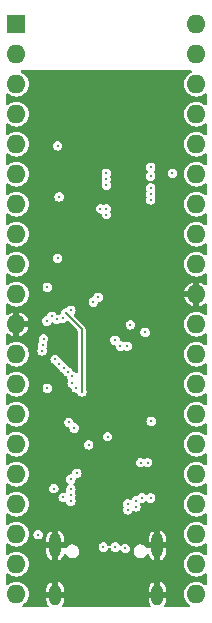
<source format=gbr>
%TF.GenerationSoftware,KiCad,Pcbnew,8.0.6*%
%TF.CreationDate,2024-11-24T01:02:09-06:00*%
%TF.ProjectId,ATesp32,41546573-7033-4322-9e6b-696361645f70,rev?*%
%TF.SameCoordinates,PX47868c0PY608f3d0*%
%TF.FileFunction,Copper,L2,Inr*%
%TF.FilePolarity,Positive*%
%FSLAX46Y46*%
G04 Gerber Fmt 4.6, Leading zero omitted, Abs format (unit mm)*
G04 Created by KiCad (PCBNEW 8.0.6) date 2024-11-24 01:02:09*
%MOMM*%
%LPD*%
G01*
G04 APERTURE LIST*
%TA.AperFunction,ComponentPad*%
%ADD10R,1.600000X1.600000*%
%TD*%
%TA.AperFunction,ComponentPad*%
%ADD11O,1.600000X1.600000*%
%TD*%
%TA.AperFunction,ComponentPad*%
%ADD12O,1.000000X2.100000*%
%TD*%
%TA.AperFunction,ComponentPad*%
%ADD13O,1.000000X1.800000*%
%TD*%
%TA.AperFunction,ViaPad*%
%ADD14C,0.300000*%
%TD*%
%TA.AperFunction,Conductor*%
%ADD15C,0.150000*%
%TD*%
G04 APERTURE END LIST*
D10*
%TO.N,PB0*%
%TO.C,U2*%
X1380000Y49880000D03*
D11*
%TO.N,PB1*%
X1380000Y47340000D03*
%TO.N,PB2*%
X1380000Y44800000D03*
%TO.N,PB3*%
X1380000Y42260000D03*
%TO.N,PB4*%
X1380000Y39720000D03*
%TO.N,PB5*%
X1380000Y37180000D03*
%TO.N,PB6*%
X1380000Y34640000D03*
%TO.N,PB7*%
X1380000Y32100000D03*
%TO.N,unconnected-(U2-~{RESET}-Pad9)*%
X1380000Y29560000D03*
%TO.N,+5V*%
X1380000Y27020000D03*
%TO.N,GND*%
X1380000Y24480000D03*
%TO.N,unconnected-(U2-XTAL2-Pad12)*%
X1380000Y21940000D03*
%TO.N,unconnected-(U2-XTAL1-Pad13)*%
X1380000Y19400000D03*
%TO.N,PD0*%
X1380000Y16860000D03*
%TO.N,PD1*%
X1380000Y14320000D03*
%TO.N,D_P*%
X1380000Y11780000D03*
%TO.N,D_N*%
X1380000Y9240000D03*
%TO.N,PD4*%
X1380000Y6700000D03*
%TO.N,PD5*%
X1380000Y4160000D03*
%TO.N,PD6*%
X1380000Y1620000D03*
%TO.N,PD7*%
X16620000Y1620000D03*
%TO.N,PC0*%
X16620000Y4160000D03*
%TO.N,PC1*%
X16620000Y6700000D03*
%TO.N,PC2*%
X16620000Y9240000D03*
%TO.N,PC3*%
X16620000Y11780000D03*
%TO.N,PC4*%
X16620000Y14320000D03*
%TO.N,PC5*%
X16620000Y16860000D03*
%TO.N,PC6*%
X16620000Y19400000D03*
%TO.N,PC7*%
X16620000Y21940000D03*
%TO.N,+5V*%
X16620000Y24480000D03*
%TO.N,GND*%
X16620000Y27020000D03*
%TO.N,unconnected-(U2-AREF-Pad32)*%
X16620000Y29560000D03*
%TO.N,PA7*%
X16620000Y32100000D03*
%TO.N,PA6*%
X16620000Y34640000D03*
%TO.N,PA5*%
X16620000Y37180000D03*
%TO.N,PA4*%
X16620000Y39720000D03*
%TO.N,PA3*%
X16620000Y42260000D03*
%TO.N,PA2*%
X16620000Y44800000D03*
%TO.N,PA1*%
X16620000Y47340000D03*
%TO.N,PA0*%
X16620000Y49880000D03*
%TD*%
D12*
%TO.N,GND*%
%TO.C,J1*%
X4680000Y5750000D03*
D13*
X4680000Y1570000D03*
D12*
X13320000Y5750000D03*
D13*
X13320000Y1570000D03*
%TD*%
D14*
%TO.N,GND*%
X5000000Y34250000D03*
X4250000Y41750000D03*
X6250000Y45250000D03*
X4500000Y43750000D03*
X9000000Y44250000D03*
X9000000Y45250000D03*
X4000000Y44750000D03*
X4500000Y43250000D03*
X4000000Y43750000D03*
X6000000Y38750000D03*
X12800000Y34050000D03*
X6000000Y40250000D03*
X6250000Y44750000D03*
X9750000Y19250000D03*
X13500000Y41000000D03*
X12800000Y40750000D03*
X7500000Y31500000D03*
X13250000Y30250000D03*
X4000000Y43250000D03*
X14500000Y41500000D03*
X6000000Y33750000D03*
X7500000Y35500000D03*
X6000000Y32000000D03*
X9250000Y18750000D03*
X7500000Y31000000D03*
X6000000Y39750000D03*
X3400000Y17550000D03*
X9000000Y42750000D03*
X12500000Y13400000D03*
X9000000Y43250000D03*
X11250000Y17000000D03*
X7000000Y41950000D03*
X3750000Y42750000D03*
X6000000Y34250000D03*
X6000000Y38250000D03*
X12750000Y30750000D03*
X7500000Y33500000D03*
X7500000Y28500000D03*
X9500000Y45250000D03*
X4500000Y44250000D03*
X8750000Y18250000D03*
X7500000Y40000000D03*
X6600000Y42350000D03*
X6250000Y44250000D03*
X7500000Y36000000D03*
X7500000Y29500000D03*
X6000000Y30500000D03*
X6000000Y34750000D03*
X14500000Y41000000D03*
X4750000Y41750000D03*
X7500000Y39500000D03*
X15100000Y34750000D03*
X7500000Y34000000D03*
X9000000Y41750000D03*
X6000000Y35250000D03*
X7500000Y37000000D03*
X5105000Y9181823D03*
X13500000Y25000000D03*
X10250000Y19750000D03*
X7500000Y37500000D03*
X3750000Y45750000D03*
X6000000Y37750000D03*
X6250000Y45750000D03*
X9000000Y44750000D03*
X13500000Y7250000D03*
X10750000Y20250000D03*
X9000000Y42250000D03*
X6250000Y42750000D03*
X11750000Y30000000D03*
X6000000Y39250000D03*
X13000000Y7250000D03*
X13500000Y41500000D03*
X6740000Y8740000D03*
X8798959Y28451042D03*
X12750000Y24750000D03*
X6000000Y31000000D03*
X11250000Y20750000D03*
X7500000Y29000000D03*
X14000000Y41500000D03*
X7500000Y41500000D03*
X4500000Y44750000D03*
X5250000Y41750000D03*
X7500000Y38500000D03*
X6250000Y43250000D03*
X12000000Y13400000D03*
X3750000Y45250000D03*
X14000000Y24500000D03*
X7500000Y35000000D03*
X11250000Y30000000D03*
X3750000Y42250000D03*
X14000000Y41000000D03*
X8259699Y8508193D03*
X7500000Y41000000D03*
X7500000Y32500000D03*
X6000000Y35750000D03*
X6000000Y40750000D03*
X7500000Y28000000D03*
X7500000Y30000000D03*
X7500000Y27500000D03*
X7500000Y34500000D03*
X4000000Y44250000D03*
X6000000Y31500000D03*
X7500000Y32000000D03*
X7500000Y38000000D03*
X7500000Y36500000D03*
X10000000Y45250000D03*
X6250000Y43750000D03*
X7500000Y33000000D03*
X4000000Y26850000D03*
X7500000Y39000000D03*
X7500000Y40500000D03*
X12250000Y25250000D03*
X7500000Y30500000D03*
X9000000Y43750000D03*
%TO.N,+3V3*%
X4000000Y27600000D03*
X12750000Y36000000D03*
X12750000Y35500000D03*
X5000000Y35250000D03*
X7900000Y26350000D03*
X8300000Y26750000D03*
X12750000Y35000000D03*
X4000000Y19050000D03*
X12275521Y23775521D03*
%TO.N,+5V*%
X9000000Y34250000D03*
X12750000Y37750000D03*
X11500000Y9000000D03*
X9000000Y36250000D03*
X11500000Y9500000D03*
X6000000Y9500000D03*
X6000000Y10500000D03*
X12750000Y9750000D03*
X12000000Y9750000D03*
X4550000Y10550000D03*
X9000000Y36750000D03*
X9000000Y33750000D03*
X5350000Y9800000D03*
X6000000Y10000000D03*
X9000000Y37250000D03*
X12750000Y37000000D03*
X14600000Y37250000D03*
X8500000Y34250000D03*
%TO.N,Net-(U1-CHIP_PU)*%
X4875000Y39575000D03*
X6002164Y25654247D03*
%TO.N,Net-(U5-VDD)*%
X12500000Y12750000D03*
X10800000Y8750000D03*
X11900000Y12750000D03*
X10800000Y9250000D03*
%TO.N,Net-(J1-CC2)*%
X10618644Y5476695D03*
X3225000Y6649479D03*
%TO.N,D+*%
X8750000Y5600000D03*
X9750000Y5600000D03*
%TO.N,Net-(JP4-B)*%
X6916960Y18740509D03*
X4875000Y30062500D03*
X5576046Y25392666D03*
%TO.N,Net-(JP6-B)*%
X12800000Y16250000D03*
%TO.N,PD7*%
X11036315Y24413685D03*
%TO.N,UART_RX*%
X10197783Y22625768D03*
%TO.N,Net-(JP7-A)*%
X6000000Y11350000D03*
%TO.N,UART_TX*%
X7500000Y14250000D03*
%TO.N,Net-(JP8-A)*%
X6500000Y11850000D03*
%TO.N,Net-(U1-U0TXD)*%
X10750000Y22600000D03*
X9100000Y14950000D03*
%TO.N,PA2*%
X3568844Y22218844D03*
%TO.N,PB2*%
X4375000Y25150000D03*
%TO.N,PA5*%
X5379667Y20771374D03*
%TO.N,PA1*%
X3600156Y22717863D03*
%TO.N,PD6*%
X9729961Y23107331D03*
%TO.N,PA4*%
X5026112Y21124930D03*
%TO.N,PB1*%
X4800000Y24879970D03*
%TO.N,PA6*%
X5745769Y20430828D03*
%TO.N,PB6*%
X6100000Y19450000D03*
%TO.N,PA7*%
X6086315Y20064726D03*
%TO.N,PB0*%
X5314464Y24966547D03*
%TO.N,D_N*%
X6275000Y15681833D03*
%TO.N,D_P*%
X5825000Y16150000D03*
%TO.N,PA0*%
X3684530Y23234530D03*
%TO.N,PB3*%
X3950000Y24736827D03*
%TO.N,PA3*%
X4672557Y21478485D03*
%TO.N,PB7*%
X6456528Y19069907D03*
%TD*%
D15*
%TO.N,Net-(JP4-B)*%
X5576046Y25392666D02*
X6916960Y24051752D01*
X6916960Y24051752D02*
X6916960Y18740509D01*
%TD*%
%TA.AperFunction,Conductor*%
%TO.N,GND*%
G36*
X16208560Y45980315D02*
G01*
X16254315Y45927511D01*
X16264259Y45858353D01*
X16235234Y45794797D01*
X16199974Y45766642D01*
X16033550Y45677685D01*
X16033548Y45677684D01*
X16033547Y45677683D01*
X15873589Y45546411D01*
X15742317Y45386453D01*
X15742315Y45386450D01*
X15703643Y45314102D01*
X15644769Y45203957D01*
X15584699Y45005933D01*
X15564417Y44800000D01*
X15584699Y44594068D01*
X15584700Y44594066D01*
X15644768Y44396046D01*
X15742315Y44213550D01*
X15742317Y44213548D01*
X15873589Y44053590D01*
X15970209Y43974298D01*
X16033550Y43922315D01*
X16216046Y43824768D01*
X16414066Y43764700D01*
X16414065Y43764700D01*
X16432529Y43762882D01*
X16620000Y43744417D01*
X16825934Y43764700D01*
X17023954Y43824768D01*
X17206450Y43922315D01*
X17296835Y43996493D01*
X17361145Y44023805D01*
X17430012Y44012014D01*
X17481573Y43964862D01*
X17499500Y43900639D01*
X17499500Y43159362D01*
X17479815Y43092323D01*
X17427011Y43046568D01*
X17357853Y43036624D01*
X17296836Y43063508D01*
X17206452Y43137683D01*
X17206453Y43137683D01*
X17206450Y43137685D01*
X17023954Y43235232D01*
X16825934Y43295300D01*
X16825932Y43295301D01*
X16825934Y43295301D01*
X16620000Y43315583D01*
X16414067Y43295301D01*
X16216043Y43235231D01*
X16105898Y43176357D01*
X16033550Y43137685D01*
X16033548Y43137684D01*
X16033547Y43137683D01*
X15873589Y43006411D01*
X15742317Y42846453D01*
X15742315Y42846450D01*
X15703643Y42774102D01*
X15644769Y42663957D01*
X15584699Y42465933D01*
X15564417Y42260000D01*
X15584699Y42054068D01*
X15584700Y42054066D01*
X15644768Y41856046D01*
X15742315Y41673550D01*
X15742317Y41673548D01*
X15873589Y41513590D01*
X15970209Y41434298D01*
X16033550Y41382315D01*
X16216046Y41284768D01*
X16414066Y41224700D01*
X16414065Y41224700D01*
X16432529Y41222882D01*
X16620000Y41204417D01*
X16825934Y41224700D01*
X17023954Y41284768D01*
X17206450Y41382315D01*
X17296835Y41456493D01*
X17361145Y41483805D01*
X17430012Y41472014D01*
X17481573Y41424862D01*
X17499500Y41360639D01*
X17499500Y40619362D01*
X17479815Y40552323D01*
X17427011Y40506568D01*
X17357853Y40496624D01*
X17296836Y40523508D01*
X17206452Y40597683D01*
X17206453Y40597683D01*
X17206450Y40597685D01*
X17023954Y40695232D01*
X16825934Y40755300D01*
X16825932Y40755301D01*
X16825934Y40755301D01*
X16620000Y40775583D01*
X16414067Y40755301D01*
X16216043Y40695231D01*
X16105898Y40636357D01*
X16033550Y40597685D01*
X16033548Y40597684D01*
X16033547Y40597683D01*
X15873589Y40466411D01*
X15742317Y40306453D01*
X15742315Y40306450D01*
X15703643Y40234102D01*
X15644769Y40123957D01*
X15584699Y39925933D01*
X15564417Y39720000D01*
X15584699Y39514068D01*
X15584700Y39514066D01*
X15644768Y39316046D01*
X15742315Y39133550D01*
X15742317Y39133548D01*
X15873589Y38973590D01*
X15970209Y38894298D01*
X16033550Y38842315D01*
X16216046Y38744768D01*
X16414066Y38684700D01*
X16414065Y38684700D01*
X16432529Y38682882D01*
X16620000Y38664417D01*
X16825934Y38684700D01*
X17023954Y38744768D01*
X17206450Y38842315D01*
X17296835Y38916493D01*
X17361145Y38943805D01*
X17430012Y38932014D01*
X17481573Y38884862D01*
X17499500Y38820639D01*
X17499500Y38079362D01*
X17479815Y38012323D01*
X17427011Y37966568D01*
X17357853Y37956624D01*
X17296836Y37983508D01*
X17206452Y38057683D01*
X17206453Y38057683D01*
X17206450Y38057685D01*
X17023954Y38155232D01*
X16825934Y38215300D01*
X16825932Y38215301D01*
X16825934Y38215301D01*
X16620000Y38235583D01*
X16414067Y38215301D01*
X16216043Y38155231D01*
X16179403Y38135646D01*
X16033550Y38057685D01*
X16033548Y38057684D01*
X16033547Y38057683D01*
X15873589Y37926411D01*
X15742317Y37766453D01*
X15742315Y37766450D01*
X15733521Y37749997D01*
X15644769Y37583957D01*
X15584699Y37385933D01*
X15564417Y37180000D01*
X15584699Y36974068D01*
X15600508Y36921952D01*
X15644768Y36776046D01*
X15742315Y36593550D01*
X15742317Y36593548D01*
X15873589Y36433590D01*
X15944611Y36375305D01*
X16033550Y36302315D01*
X16216046Y36204768D01*
X16414066Y36144700D01*
X16414065Y36144700D01*
X16432529Y36142882D01*
X16620000Y36124417D01*
X16825934Y36144700D01*
X17023954Y36204768D01*
X17206450Y36302315D01*
X17296835Y36376493D01*
X17361145Y36403805D01*
X17430012Y36392014D01*
X17481573Y36344862D01*
X17499500Y36280639D01*
X17499500Y35539362D01*
X17479815Y35472323D01*
X17427011Y35426568D01*
X17357853Y35416624D01*
X17296836Y35443508D01*
X17242205Y35488342D01*
X17206450Y35517685D01*
X17023954Y35615232D01*
X16825934Y35675300D01*
X16825932Y35675301D01*
X16825934Y35675301D01*
X16620000Y35695583D01*
X16414067Y35675301D01*
X16216043Y35615231D01*
X16146484Y35578050D01*
X16033550Y35517685D01*
X16033548Y35517684D01*
X16033547Y35517683D01*
X15873589Y35386411D01*
X15742317Y35226453D01*
X15742315Y35226450D01*
X15724813Y35193706D01*
X15644769Y35043957D01*
X15584699Y34845933D01*
X15564417Y34640000D01*
X15584699Y34434068D01*
X15602526Y34375301D01*
X15644768Y34236046D01*
X15742315Y34053550D01*
X15742317Y34053548D01*
X15873589Y33893590D01*
X15968436Y33815752D01*
X16033550Y33762315D01*
X16216046Y33664768D01*
X16414066Y33604700D01*
X16414065Y33604700D01*
X16432529Y33602882D01*
X16620000Y33584417D01*
X16825934Y33604700D01*
X17023954Y33664768D01*
X17206450Y33762315D01*
X17296835Y33836493D01*
X17361145Y33863805D01*
X17430012Y33852014D01*
X17481573Y33804862D01*
X17499500Y33740639D01*
X17499500Y32999362D01*
X17479815Y32932323D01*
X17427011Y32886568D01*
X17357853Y32876624D01*
X17296836Y32903508D01*
X17206452Y32977683D01*
X17206453Y32977683D01*
X17206450Y32977685D01*
X17023954Y33075232D01*
X16825934Y33135300D01*
X16825932Y33135301D01*
X16825934Y33135301D01*
X16620000Y33155583D01*
X16414067Y33135301D01*
X16216043Y33075231D01*
X16105898Y33016357D01*
X16033550Y32977685D01*
X16033548Y32977684D01*
X16033547Y32977683D01*
X15873589Y32846411D01*
X15742317Y32686453D01*
X15742315Y32686450D01*
X15703643Y32614102D01*
X15644769Y32503957D01*
X15584699Y32305933D01*
X15564417Y32100000D01*
X15584699Y31894068D01*
X15584700Y31894066D01*
X15644768Y31696046D01*
X15742315Y31513550D01*
X15742317Y31513548D01*
X15873589Y31353590D01*
X15970209Y31274298D01*
X16033550Y31222315D01*
X16216046Y31124768D01*
X16414066Y31064700D01*
X16414065Y31064700D01*
X16432529Y31062882D01*
X16620000Y31044417D01*
X16825934Y31064700D01*
X17023954Y31124768D01*
X17206450Y31222315D01*
X17296835Y31296493D01*
X17361145Y31323805D01*
X17430012Y31312014D01*
X17481573Y31264862D01*
X17499500Y31200639D01*
X17499500Y30459362D01*
X17479815Y30392323D01*
X17427011Y30346568D01*
X17357853Y30336624D01*
X17296836Y30363508D01*
X17206452Y30437683D01*
X17206453Y30437683D01*
X17206450Y30437685D01*
X17023954Y30535232D01*
X16825934Y30595300D01*
X16825932Y30595301D01*
X16825934Y30595301D01*
X16620000Y30615583D01*
X16414067Y30595301D01*
X16216043Y30535231D01*
X16105898Y30476357D01*
X16033550Y30437685D01*
X16033548Y30437684D01*
X16033547Y30437683D01*
X15873589Y30306411D01*
X15742317Y30146453D01*
X15742315Y30146450D01*
X15703643Y30074102D01*
X15644769Y29963957D01*
X15584699Y29765933D01*
X15564417Y29560000D01*
X15584699Y29354068D01*
X15584700Y29354066D01*
X15644768Y29156046D01*
X15742315Y28973550D01*
X15742317Y28973548D01*
X15873589Y28813590D01*
X15970209Y28734298D01*
X16033550Y28682315D01*
X16216046Y28584768D01*
X16414066Y28524700D01*
X16414065Y28524700D01*
X16432529Y28522882D01*
X16620000Y28504417D01*
X16825934Y28524700D01*
X17023954Y28584768D01*
X17206450Y28682315D01*
X17296835Y28756493D01*
X17361145Y28783805D01*
X17430012Y28772014D01*
X17481573Y28724862D01*
X17499500Y28660639D01*
X17499500Y27918717D01*
X17479815Y27851678D01*
X17427011Y27805923D01*
X17357853Y27795979D01*
X17296836Y27822863D01*
X17206172Y27897268D01*
X17206166Y27897272D01*
X17023763Y27994768D01*
X16870000Y28041413D01*
X16870000Y27335686D01*
X16865606Y27340080D01*
X16774394Y27392741D01*
X16672661Y27420000D01*
X16567339Y27420000D01*
X16465606Y27392741D01*
X16374394Y27340080D01*
X16370000Y27335686D01*
X16370000Y28041413D01*
X16216236Y27994768D01*
X16033833Y27897272D01*
X16033826Y27897268D01*
X15873944Y27766056D01*
X15742732Y27606174D01*
X15742728Y27606167D01*
X15645233Y27423767D01*
X15598590Y27270000D01*
X16304314Y27270000D01*
X16299920Y27265606D01*
X16247259Y27174394D01*
X16220000Y27072661D01*
X16220000Y26967339D01*
X16247259Y26865606D01*
X16299920Y26774394D01*
X16304314Y26770000D01*
X15598590Y26770000D01*
X15645233Y26616234D01*
X15742728Y26433834D01*
X15742732Y26433827D01*
X15873944Y26273945D01*
X16033826Y26142733D01*
X16033833Y26142729D01*
X16216233Y26045234D01*
X16370000Y25998590D01*
X16370000Y26704314D01*
X16374394Y26699920D01*
X16465606Y26647259D01*
X16567339Y26620000D01*
X16672661Y26620000D01*
X16774394Y26647259D01*
X16865606Y26699920D01*
X16870000Y26704314D01*
X16870000Y25998590D01*
X17023766Y26045234D01*
X17206166Y26142729D01*
X17206173Y26142733D01*
X17296835Y26217137D01*
X17361145Y26244450D01*
X17430013Y26232659D01*
X17481573Y26185507D01*
X17499500Y26121284D01*
X17499500Y25379362D01*
X17479815Y25312323D01*
X17427011Y25266568D01*
X17357853Y25256624D01*
X17296836Y25283508D01*
X17244818Y25326197D01*
X17206450Y25357685D01*
X17023954Y25455232D01*
X16825934Y25515300D01*
X16825932Y25515301D01*
X16825934Y25515301D01*
X16620000Y25535583D01*
X16414067Y25515301D01*
X16216043Y25455231D01*
X16142471Y25415905D01*
X16033550Y25357685D01*
X16033548Y25357684D01*
X16033547Y25357683D01*
X15873589Y25226411D01*
X15742317Y25066453D01*
X15742315Y25066450D01*
X15703643Y24994102D01*
X15644769Y24883957D01*
X15584699Y24685933D01*
X15564417Y24480000D01*
X15584699Y24274068D01*
X15596734Y24234394D01*
X15644768Y24076046D01*
X15742315Y23893550D01*
X15776969Y23851323D01*
X15873589Y23733590D01*
X15970209Y23654298D01*
X16033550Y23602315D01*
X16216046Y23504768D01*
X16414066Y23444700D01*
X16414065Y23444700D01*
X16432529Y23442882D01*
X16620000Y23424417D01*
X16825934Y23444700D01*
X17023954Y23504768D01*
X17206450Y23602315D01*
X17296835Y23676493D01*
X17361145Y23703805D01*
X17430012Y23692014D01*
X17481573Y23644862D01*
X17499500Y23580639D01*
X17499500Y22839362D01*
X17479815Y22772323D01*
X17427011Y22726568D01*
X17357853Y22716624D01*
X17296836Y22743508D01*
X17206452Y22817683D01*
X17206453Y22817683D01*
X17206450Y22817685D01*
X17023954Y22915232D01*
X16825934Y22975300D01*
X16825932Y22975301D01*
X16825934Y22975301D01*
X16620000Y22995583D01*
X16414067Y22975301D01*
X16216043Y22915231D01*
X16129532Y22868989D01*
X16033550Y22817685D01*
X16033548Y22817684D01*
X16033547Y22817683D01*
X15873589Y22686411D01*
X15766051Y22555373D01*
X15742315Y22526450D01*
X15717231Y22479521D01*
X15644769Y22343957D01*
X15584699Y22145933D01*
X15564417Y21940000D01*
X15584699Y21734068D01*
X15589929Y21716828D01*
X15644768Y21536046D01*
X15742315Y21353550D01*
X15742618Y21353181D01*
X15873589Y21193590D01*
X15970209Y21114298D01*
X16033550Y21062315D01*
X16216046Y20964768D01*
X16414066Y20904700D01*
X16414065Y20904700D01*
X16432529Y20902882D01*
X16620000Y20884417D01*
X16825934Y20904700D01*
X17023954Y20964768D01*
X17206450Y21062315D01*
X17296835Y21136493D01*
X17361145Y21163805D01*
X17430012Y21152014D01*
X17481573Y21104862D01*
X17499500Y21040639D01*
X17499500Y20299362D01*
X17479815Y20232323D01*
X17427011Y20186568D01*
X17357853Y20176624D01*
X17296836Y20203508D01*
X17206452Y20277683D01*
X17206453Y20277683D01*
X17206450Y20277685D01*
X17023954Y20375232D01*
X16825934Y20435300D01*
X16825932Y20435301D01*
X16825934Y20435301D01*
X16620000Y20455583D01*
X16414067Y20435301D01*
X16216043Y20375231D01*
X16145745Y20337655D01*
X16033550Y20277685D01*
X16033548Y20277684D01*
X16033547Y20277683D01*
X15873589Y20146411D01*
X15742317Y19986453D01*
X15742315Y19986450D01*
X15717178Y19939422D01*
X15644769Y19803957D01*
X15584699Y19605933D01*
X15564417Y19400000D01*
X15584699Y19194068D01*
X15584700Y19194066D01*
X15644768Y18996046D01*
X15742315Y18813550D01*
X15742317Y18813548D01*
X15873589Y18653590D01*
X15970209Y18574298D01*
X16033550Y18522315D01*
X16216046Y18424768D01*
X16414066Y18364700D01*
X16414065Y18364700D01*
X16432529Y18362882D01*
X16620000Y18344417D01*
X16825934Y18364700D01*
X17023954Y18424768D01*
X17206450Y18522315D01*
X17296835Y18596493D01*
X17361145Y18623805D01*
X17430012Y18612014D01*
X17481573Y18564862D01*
X17499500Y18500639D01*
X17499500Y17759362D01*
X17479815Y17692323D01*
X17427011Y17646568D01*
X17357853Y17636624D01*
X17296836Y17663508D01*
X17206452Y17737683D01*
X17206453Y17737683D01*
X17206450Y17737685D01*
X17023954Y17835232D01*
X16825934Y17895300D01*
X16825932Y17895301D01*
X16825934Y17895301D01*
X16620000Y17915583D01*
X16414067Y17895301D01*
X16216043Y17835231D01*
X16105898Y17776357D01*
X16033550Y17737685D01*
X16033548Y17737684D01*
X16033547Y17737683D01*
X15873589Y17606411D01*
X15742317Y17446453D01*
X15742315Y17446450D01*
X15703643Y17374102D01*
X15644769Y17263957D01*
X15584699Y17065933D01*
X15564417Y16860000D01*
X15584699Y16654068D01*
X15607759Y16578050D01*
X15644768Y16456046D01*
X15742315Y16273550D01*
X15742317Y16273548D01*
X15873589Y16113590D01*
X15970209Y16034298D01*
X16033550Y15982315D01*
X16216046Y15884768D01*
X16414066Y15824700D01*
X16414065Y15824700D01*
X16432529Y15822882D01*
X16620000Y15804417D01*
X16825934Y15824700D01*
X17023954Y15884768D01*
X17206450Y15982315D01*
X17296835Y16056493D01*
X17361145Y16083805D01*
X17430012Y16072014D01*
X17481573Y16024862D01*
X17499500Y15960639D01*
X17499500Y15219362D01*
X17479815Y15152323D01*
X17427011Y15106568D01*
X17357853Y15096624D01*
X17296836Y15123508D01*
X17247410Y15164070D01*
X17206450Y15197685D01*
X17023954Y15295232D01*
X16825934Y15355300D01*
X16825932Y15355301D01*
X16825934Y15355301D01*
X16620000Y15375583D01*
X16414067Y15355301D01*
X16238692Y15302102D01*
X16219195Y15296187D01*
X16216043Y15295231D01*
X16105898Y15236357D01*
X16033550Y15197685D01*
X16033548Y15197684D01*
X16033547Y15197683D01*
X15873589Y15066411D01*
X15742317Y14906453D01*
X15742315Y14906450D01*
X15703643Y14834102D01*
X15644769Y14723957D01*
X15584699Y14525933D01*
X15564417Y14320000D01*
X15584699Y14114068D01*
X15584700Y14114066D01*
X15644768Y13916046D01*
X15742315Y13733550D01*
X15742317Y13733548D01*
X15873589Y13573590D01*
X15970209Y13494298D01*
X16033550Y13442315D01*
X16216046Y13344768D01*
X16414066Y13284700D01*
X16414065Y13284700D01*
X16432529Y13282882D01*
X16620000Y13264417D01*
X16825934Y13284700D01*
X17023954Y13344768D01*
X17206450Y13442315D01*
X17296835Y13516493D01*
X17361145Y13543805D01*
X17430012Y13532014D01*
X17481573Y13484862D01*
X17499500Y13420639D01*
X17499500Y12679362D01*
X17479815Y12612323D01*
X17427011Y12566568D01*
X17357853Y12556624D01*
X17296836Y12583508D01*
X17206452Y12657683D01*
X17206453Y12657683D01*
X17206450Y12657685D01*
X17023954Y12755232D01*
X16825934Y12815300D01*
X16825932Y12815301D01*
X16825934Y12815301D01*
X16620000Y12835583D01*
X16414067Y12815301D01*
X16216043Y12755231D01*
X16105898Y12696357D01*
X16033550Y12657685D01*
X16033548Y12657684D01*
X16033547Y12657683D01*
X15873589Y12526411D01*
X15742317Y12366453D01*
X15742315Y12366450D01*
X15730587Y12344508D01*
X15644769Y12183957D01*
X15584699Y11985933D01*
X15564417Y11780000D01*
X15584699Y11574068D01*
X15600508Y11521952D01*
X15644768Y11376046D01*
X15742315Y11193550D01*
X15742317Y11193548D01*
X15873589Y11033590D01*
X15957955Y10964354D01*
X16033550Y10902315D01*
X16216046Y10804768D01*
X16414066Y10744700D01*
X16414065Y10744700D01*
X16432529Y10742882D01*
X16620000Y10724417D01*
X16825934Y10744700D01*
X17023954Y10804768D01*
X17206450Y10902315D01*
X17296835Y10976493D01*
X17361145Y11003805D01*
X17430012Y10992014D01*
X17481573Y10944862D01*
X17499500Y10880639D01*
X17499500Y10139362D01*
X17479815Y10072323D01*
X17427011Y10026568D01*
X17357853Y10016624D01*
X17296836Y10043508D01*
X17247410Y10084070D01*
X17206450Y10117685D01*
X17023954Y10215232D01*
X16825934Y10275300D01*
X16825932Y10275301D01*
X16825934Y10275301D01*
X16620000Y10295583D01*
X16414067Y10275301D01*
X16216043Y10215231D01*
X16120861Y10164354D01*
X16033550Y10117685D01*
X16033548Y10117684D01*
X16033547Y10117683D01*
X15873589Y9986411D01*
X15742317Y9826453D01*
X15742315Y9826450D01*
X15708065Y9762374D01*
X15644769Y9643957D01*
X15584699Y9445933D01*
X15564417Y9240000D01*
X15584699Y9034068D01*
X15612110Y8943706D01*
X15644768Y8836046D01*
X15742315Y8653550D01*
X15765992Y8624699D01*
X15873589Y8493590D01*
X15960878Y8421955D01*
X16033550Y8362315D01*
X16216046Y8264768D01*
X16414066Y8204700D01*
X16414065Y8204700D01*
X16432529Y8202882D01*
X16620000Y8184417D01*
X16825934Y8204700D01*
X17023954Y8264768D01*
X17206450Y8362315D01*
X17296835Y8436493D01*
X17361145Y8463805D01*
X17430012Y8452014D01*
X17481573Y8404862D01*
X17499500Y8340639D01*
X17499500Y7599362D01*
X17479815Y7532323D01*
X17427011Y7486568D01*
X17357853Y7476624D01*
X17296836Y7503508D01*
X17206452Y7577683D01*
X17206453Y7577683D01*
X17206450Y7577685D01*
X17023954Y7675232D01*
X16825934Y7735300D01*
X16825932Y7735301D01*
X16825934Y7735301D01*
X16620000Y7755583D01*
X16414067Y7735301D01*
X16216043Y7675231D01*
X16105898Y7616357D01*
X16033550Y7577685D01*
X16033548Y7577684D01*
X16033547Y7577683D01*
X15873589Y7446411D01*
X15742317Y7286453D01*
X15742315Y7286450D01*
X15703643Y7214102D01*
X15644769Y7103957D01*
X15584699Y6905933D01*
X15564417Y6700000D01*
X15584699Y6494068D01*
X15584700Y6494066D01*
X15644768Y6296046D01*
X15742315Y6113550D01*
X15742317Y6113548D01*
X15873589Y5953590D01*
X15960595Y5882187D01*
X16033550Y5822315D01*
X16216046Y5724768D01*
X16414066Y5664700D01*
X16414065Y5664700D01*
X16432529Y5662882D01*
X16620000Y5644417D01*
X16825934Y5664700D01*
X17023954Y5724768D01*
X17206450Y5822315D01*
X17296835Y5896493D01*
X17361145Y5923805D01*
X17430012Y5912014D01*
X17481573Y5864862D01*
X17499500Y5800639D01*
X17499500Y5059362D01*
X17479815Y4992323D01*
X17427011Y4946568D01*
X17357853Y4936624D01*
X17296836Y4963508D01*
X17218417Y5027864D01*
X17206450Y5037685D01*
X17023954Y5135232D01*
X16825934Y5195300D01*
X16825932Y5195301D01*
X16825934Y5195301D01*
X16620000Y5215583D01*
X16414067Y5195301D01*
X16216043Y5135231D01*
X16133386Y5091049D01*
X16033550Y5037685D01*
X16033548Y5037684D01*
X16033547Y5037683D01*
X15873589Y4906411D01*
X15742317Y4746453D01*
X15742315Y4746450D01*
X15724820Y4713719D01*
X15644769Y4563957D01*
X15584699Y4365933D01*
X15564417Y4160000D01*
X15584699Y3954068D01*
X15584700Y3954066D01*
X15644768Y3756046D01*
X15742315Y3573550D01*
X15742317Y3573548D01*
X15873589Y3413590D01*
X15970209Y3334298D01*
X16033550Y3282315D01*
X16216046Y3184768D01*
X16414066Y3124700D01*
X16414065Y3124700D01*
X16432529Y3122882D01*
X16620000Y3104417D01*
X16825934Y3124700D01*
X17023954Y3184768D01*
X17206450Y3282315D01*
X17296835Y3356493D01*
X17361145Y3383805D01*
X17430012Y3372014D01*
X17481573Y3324862D01*
X17499500Y3260639D01*
X17499500Y2519362D01*
X17479815Y2452323D01*
X17427011Y2406568D01*
X17357853Y2396624D01*
X17296836Y2423508D01*
X17206452Y2497683D01*
X17206453Y2497683D01*
X17206450Y2497685D01*
X17023954Y2595232D01*
X16825934Y2655300D01*
X16825932Y2655301D01*
X16825934Y2655301D01*
X16620000Y2675583D01*
X16414067Y2655301D01*
X16216043Y2595231D01*
X16136220Y2552564D01*
X16033550Y2497685D01*
X16033548Y2497684D01*
X16033547Y2497683D01*
X15873589Y2366411D01*
X15742317Y2206453D01*
X15742315Y2206450D01*
X15714389Y2154205D01*
X15644769Y2023957D01*
X15584699Y1825933D01*
X15564417Y1620000D01*
X15584699Y1414068D01*
X15584700Y1414066D01*
X15644768Y1216046D01*
X15742315Y1033550D01*
X15742317Y1033548D01*
X15873589Y873590D01*
X16033548Y742316D01*
X16049372Y733858D01*
X16099217Y684896D01*
X16114677Y616758D01*
X16090845Y551078D01*
X16035288Y508710D01*
X15990919Y500500D01*
X14006660Y500500D01*
X13939621Y520185D01*
X13893866Y572989D01*
X13883922Y642147D01*
X13903558Y693390D01*
X13984634Y814731D01*
X13984642Y814746D01*
X14041177Y951233D01*
X14041179Y951241D01*
X14069999Y1096127D01*
X14070000Y1096129D01*
X14070000Y1320000D01*
X13620000Y1320000D01*
X13620000Y1820000D01*
X14070000Y1820000D01*
X14070000Y2043872D01*
X14069999Y2043874D01*
X14041179Y2188760D01*
X14041177Y2188768D01*
X13984642Y2325255D01*
X13984637Y2325265D01*
X13902563Y2448097D01*
X13902560Y2448101D01*
X13798100Y2552561D01*
X13798096Y2552564D01*
X13675264Y2634638D01*
X13675254Y2634643D01*
X13570000Y2678241D01*
X13570000Y2136989D01*
X13560060Y2154205D01*
X13504205Y2210060D01*
X13435796Y2249556D01*
X13359496Y2270000D01*
X13280504Y2270000D01*
X13204204Y2249556D01*
X13135795Y2210060D01*
X13079940Y2154205D01*
X13070000Y2136989D01*
X13070000Y2678241D01*
X13069999Y2678241D01*
X12964745Y2634643D01*
X12964735Y2634638D01*
X12841903Y2552564D01*
X12841899Y2552561D01*
X12737439Y2448101D01*
X12737436Y2448097D01*
X12655362Y2325265D01*
X12655357Y2325255D01*
X12598822Y2188768D01*
X12598820Y2188760D01*
X12570000Y2043874D01*
X12570000Y1820000D01*
X13020000Y1820000D01*
X13020000Y1320000D01*
X12570000Y1320000D01*
X12570000Y1096127D01*
X12598820Y951241D01*
X12598822Y951233D01*
X12655357Y814746D01*
X12655365Y814731D01*
X12736442Y693390D01*
X12757320Y626713D01*
X12738835Y559333D01*
X12686856Y512643D01*
X12633340Y500500D01*
X5366660Y500500D01*
X5299621Y520185D01*
X5253866Y572989D01*
X5243922Y642147D01*
X5263558Y693390D01*
X5344634Y814731D01*
X5344642Y814746D01*
X5401177Y951233D01*
X5401179Y951241D01*
X5429999Y1096127D01*
X5430000Y1096129D01*
X5430000Y1320000D01*
X4980000Y1320000D01*
X4980000Y1820000D01*
X5430000Y1820000D01*
X5430000Y2043872D01*
X5429999Y2043874D01*
X5401179Y2188760D01*
X5401177Y2188768D01*
X5344642Y2325255D01*
X5344637Y2325265D01*
X5262563Y2448097D01*
X5262560Y2448101D01*
X5158100Y2552561D01*
X5158096Y2552564D01*
X5035264Y2634638D01*
X5035254Y2634643D01*
X4930000Y2678241D01*
X4930000Y2136989D01*
X4920060Y2154205D01*
X4864205Y2210060D01*
X4795796Y2249556D01*
X4719496Y2270000D01*
X4640504Y2270000D01*
X4564204Y2249556D01*
X4495795Y2210060D01*
X4439940Y2154205D01*
X4430000Y2136989D01*
X4430000Y2678241D01*
X4429999Y2678241D01*
X4324745Y2634643D01*
X4324735Y2634638D01*
X4201903Y2552564D01*
X4201899Y2552561D01*
X4097439Y2448101D01*
X4097436Y2448097D01*
X4015362Y2325265D01*
X4015357Y2325255D01*
X3958822Y2188768D01*
X3958820Y2188760D01*
X3930000Y2043874D01*
X3930000Y1820000D01*
X4380000Y1820000D01*
X4380000Y1320000D01*
X3930000Y1320000D01*
X3930000Y1096127D01*
X3958820Y951241D01*
X3958822Y951233D01*
X4015357Y814746D01*
X4015365Y814731D01*
X4096442Y693390D01*
X4117320Y626713D01*
X4098835Y559333D01*
X4046856Y512643D01*
X3993340Y500500D01*
X2009081Y500500D01*
X1942042Y520185D01*
X1896287Y572989D01*
X1886343Y642147D01*
X1915368Y705703D01*
X1950628Y733858D01*
X1966450Y742315D01*
X2126410Y873590D01*
X2257685Y1033550D01*
X2355232Y1216046D01*
X2415300Y1414066D01*
X2435583Y1620000D01*
X2415300Y1825934D01*
X2355232Y2023954D01*
X2257685Y2206450D01*
X2160177Y2325265D01*
X2126410Y2366411D01*
X1966452Y2497683D01*
X1966453Y2497683D01*
X1966450Y2497685D01*
X1783954Y2595232D01*
X1585934Y2655300D01*
X1585932Y2655301D01*
X1585934Y2655301D01*
X1380000Y2675583D01*
X1174067Y2655301D01*
X976043Y2595231D01*
X896220Y2552564D01*
X793550Y2497685D01*
X793548Y2497684D01*
X793547Y2497683D01*
X703164Y2423508D01*
X638854Y2396196D01*
X569987Y2407987D01*
X518427Y2455140D01*
X500500Y2519362D01*
X500500Y3260639D01*
X520185Y3327678D01*
X572989Y3373433D01*
X642147Y3383377D01*
X703163Y3356493D01*
X793550Y3282315D01*
X976046Y3184768D01*
X1174066Y3124700D01*
X1174065Y3124700D01*
X1192529Y3122882D01*
X1380000Y3104417D01*
X1585934Y3124700D01*
X1783954Y3184768D01*
X1966450Y3282315D01*
X2126410Y3413590D01*
X2257685Y3573550D01*
X2355232Y3756046D01*
X2415300Y3954066D01*
X2435583Y4160000D01*
X2415300Y4365934D01*
X2355232Y4563954D01*
X2257685Y4746450D01*
X2205702Y4809791D01*
X2126410Y4906411D01*
X1978417Y5027864D01*
X1966450Y5037685D01*
X1783954Y5135232D01*
X1585934Y5195300D01*
X1585932Y5195301D01*
X1585934Y5195301D01*
X1380000Y5215583D01*
X1174067Y5195301D01*
X976043Y5135231D01*
X893386Y5091049D01*
X793550Y5037685D01*
X793548Y5037684D01*
X793547Y5037683D01*
X703164Y4963508D01*
X638854Y4936196D01*
X569987Y4947987D01*
X518427Y4995140D01*
X500500Y5059362D01*
X500500Y5800639D01*
X520185Y5867678D01*
X572989Y5913433D01*
X642147Y5923377D01*
X703163Y5896493D01*
X744778Y5862341D01*
X774013Y5838348D01*
X793550Y5822315D01*
X976046Y5724768D01*
X1174066Y5664700D01*
X1174065Y5664700D01*
X1192529Y5662882D01*
X1380000Y5644417D01*
X1585934Y5664700D01*
X1783954Y5724768D01*
X1966450Y5822315D01*
X2126410Y5953590D01*
X2257685Y6113550D01*
X2355232Y6296046D01*
X2415300Y6494066D01*
X2430607Y6649483D01*
X2819508Y6649483D01*
X2819508Y6649476D01*
X2839352Y6524179D01*
X2839352Y6524178D01*
X2839354Y6524175D01*
X2896950Y6411137D01*
X2896952Y6411135D01*
X2896954Y6411132D01*
X2986652Y6321434D01*
X2986654Y6321433D01*
X2986658Y6321429D01*
X3099696Y6263833D01*
X3099697Y6263833D01*
X3099699Y6263832D01*
X3224997Y6243987D01*
X3225000Y6243987D01*
X3225003Y6243987D01*
X3350300Y6263832D01*
X3350301Y6263832D01*
X3350302Y6263833D01*
X3350304Y6263833D01*
X3463342Y6321429D01*
X3515787Y6373874D01*
X3930000Y6373874D01*
X3930000Y6000000D01*
X4380000Y6000000D01*
X4380000Y5500000D01*
X3930000Y5500000D01*
X3930000Y5126127D01*
X3958820Y4981241D01*
X3958822Y4981233D01*
X4015357Y4844746D01*
X4015362Y4844736D01*
X4097436Y4721904D01*
X4097439Y4721900D01*
X4201899Y4617440D01*
X4201907Y4617434D01*
X4324739Y4535360D01*
X4324743Y4535358D01*
X4429999Y4491760D01*
X4430000Y4491760D01*
X4430000Y5033012D01*
X4439940Y5015795D01*
X4495795Y4959940D01*
X4564204Y4920444D01*
X4640504Y4900000D01*
X4719496Y4900000D01*
X4795796Y4920444D01*
X4864205Y4959940D01*
X4920060Y5015795D01*
X4930000Y5033012D01*
X4930000Y4491760D01*
X5035256Y4535358D01*
X5035260Y4535360D01*
X5158092Y4617434D01*
X5158100Y4617440D01*
X5262560Y4721900D01*
X5262563Y4721904D01*
X5344637Y4844736D01*
X5344644Y4844749D01*
X5388276Y4950087D01*
X5432116Y5004491D01*
X5498410Y5026556D01*
X5566110Y5009277D01*
X5610223Y4964636D01*
X5649480Y4896642D01*
X5649483Y4896638D01*
X5649485Y4896635D01*
X5756635Y4789485D01*
X5887865Y4713719D01*
X6034234Y4674500D01*
X6034236Y4674500D01*
X6185764Y4674500D01*
X6185766Y4674500D01*
X6332135Y4713719D01*
X6463365Y4789485D01*
X6570515Y4896635D01*
X6646281Y5027865D01*
X6685500Y5174234D01*
X6685500Y5325766D01*
X6646281Y5472135D01*
X6644802Y5474696D01*
X6630193Y5500000D01*
X6572455Y5600004D01*
X8344508Y5600004D01*
X8344508Y5599997D01*
X8364352Y5474700D01*
X8364352Y5474699D01*
X8382805Y5438483D01*
X8421950Y5361658D01*
X8421952Y5361656D01*
X8421954Y5361653D01*
X8511652Y5271955D01*
X8511654Y5271954D01*
X8511658Y5271950D01*
X8624696Y5214354D01*
X8624697Y5214354D01*
X8624699Y5214353D01*
X8749997Y5194508D01*
X8750000Y5194508D01*
X8750003Y5194508D01*
X8875300Y5214353D01*
X8875301Y5214353D01*
X8875302Y5214354D01*
X8875304Y5214354D01*
X8988342Y5271950D01*
X9078050Y5361658D01*
X9135646Y5474696D01*
X9135646Y5474698D01*
X9139515Y5482290D01*
X9187490Y5533086D01*
X9255311Y5549881D01*
X9321446Y5527343D01*
X9360485Y5482290D01*
X9364353Y5474698D01*
X9364354Y5474696D01*
X9421950Y5361658D01*
X9421952Y5361656D01*
X9421954Y5361653D01*
X9511652Y5271955D01*
X9511654Y5271954D01*
X9511658Y5271950D01*
X9624696Y5214354D01*
X9624697Y5214354D01*
X9624699Y5214353D01*
X9749997Y5194508D01*
X9750000Y5194508D01*
X9750003Y5194508D01*
X9875300Y5214353D01*
X9875301Y5214353D01*
X9875302Y5214354D01*
X9875304Y5214354D01*
X9988342Y5271950D01*
X10056550Y5340159D01*
X10117871Y5373642D01*
X10187563Y5368658D01*
X10243497Y5326787D01*
X10254709Y5308780D01*
X10290594Y5238353D01*
X10290595Y5238352D01*
X10290598Y5238348D01*
X10380296Y5148650D01*
X10380298Y5148649D01*
X10380302Y5148645D01*
X10493340Y5091049D01*
X10493341Y5091049D01*
X10493343Y5091048D01*
X10618641Y5071203D01*
X10618644Y5071203D01*
X10618647Y5071203D01*
X10743944Y5091048D01*
X10743945Y5091048D01*
X10743946Y5091049D01*
X10743948Y5091049D01*
X10856986Y5148645D01*
X10946694Y5238353D01*
X10991233Y5325766D01*
X11314500Y5325766D01*
X11314500Y5174234D01*
X11324951Y5135231D01*
X11353719Y5027864D01*
X11367214Y5004491D01*
X11429485Y4896635D01*
X11536635Y4789485D01*
X11667865Y4713719D01*
X11814234Y4674500D01*
X11814236Y4674500D01*
X11965764Y4674500D01*
X11965766Y4674500D01*
X12112135Y4713719D01*
X12243365Y4789485D01*
X12350515Y4896635D01*
X12389776Y4964636D01*
X12440342Y5012851D01*
X12508949Y5026073D01*
X12573814Y5000105D01*
X12611723Y4950088D01*
X12655357Y4844746D01*
X12655362Y4844736D01*
X12737436Y4721904D01*
X12737439Y4721900D01*
X12841899Y4617440D01*
X12841907Y4617434D01*
X12964739Y4535360D01*
X12964743Y4535358D01*
X13069999Y4491760D01*
X13070000Y4491760D01*
X13070000Y5033012D01*
X13079940Y5015795D01*
X13135795Y4959940D01*
X13204204Y4920444D01*
X13280504Y4900000D01*
X13359496Y4900000D01*
X13435796Y4920444D01*
X13504205Y4959940D01*
X13560060Y5015795D01*
X13570000Y5033012D01*
X13570000Y4491760D01*
X13675256Y4535358D01*
X13675260Y4535360D01*
X13798092Y4617434D01*
X13798100Y4617440D01*
X13902560Y4721900D01*
X13902563Y4721904D01*
X13984637Y4844736D01*
X13984642Y4844746D01*
X14041177Y4981233D01*
X14041179Y4981241D01*
X14069999Y5126127D01*
X14070000Y5126129D01*
X14070000Y5500000D01*
X13620000Y5500000D01*
X13620000Y6000000D01*
X14070000Y6000000D01*
X14070000Y6373872D01*
X14069999Y6373874D01*
X14041179Y6518760D01*
X14041177Y6518768D01*
X13984642Y6655255D01*
X13984637Y6655265D01*
X13902563Y6778097D01*
X13902560Y6778101D01*
X13798100Y6882561D01*
X13798096Y6882564D01*
X13675264Y6964638D01*
X13675254Y6964643D01*
X13570000Y7008241D01*
X13570000Y6466989D01*
X13560060Y6484205D01*
X13504205Y6540060D01*
X13435796Y6579556D01*
X13359496Y6600000D01*
X13280504Y6600000D01*
X13204204Y6579556D01*
X13135795Y6540060D01*
X13079940Y6484205D01*
X13070000Y6466989D01*
X13070000Y7008241D01*
X13069999Y7008241D01*
X12964745Y6964643D01*
X12964735Y6964638D01*
X12841903Y6882564D01*
X12841899Y6882561D01*
X12737439Y6778101D01*
X12737436Y6778097D01*
X12655362Y6655265D01*
X12655357Y6655255D01*
X12598822Y6518768D01*
X12598820Y6518760D01*
X12570000Y6373874D01*
X12570000Y6000000D01*
X13020000Y6000000D01*
X13020000Y5500000D01*
X12559230Y5500000D01*
X12521629Y5479469D01*
X12451937Y5484455D01*
X12396004Y5526328D01*
X12387886Y5538636D01*
X12381394Y5549881D01*
X12350515Y5603365D01*
X12243365Y5710515D01*
X12143927Y5767926D01*
X12112136Y5786281D01*
X12038950Y5805891D01*
X11965766Y5825500D01*
X11814234Y5825500D01*
X11667863Y5786281D01*
X11536635Y5710515D01*
X11536632Y5710513D01*
X11429487Y5603368D01*
X11429485Y5603365D01*
X11353719Y5472137D01*
X11327328Y5373642D01*
X11314500Y5325766D01*
X10991233Y5325766D01*
X11004290Y5351391D01*
X11004290Y5351393D01*
X11004291Y5351394D01*
X11004291Y5351395D01*
X11024136Y5476692D01*
X11024136Y5476699D01*
X11004291Y5601996D01*
X11004291Y5601997D01*
X11004290Y5601999D01*
X10946694Y5715037D01*
X10946690Y5715041D01*
X10946689Y5715043D01*
X10856991Y5804741D01*
X10856988Y5804743D01*
X10856986Y5804745D01*
X10743948Y5862341D01*
X10743947Y5862342D01*
X10743944Y5862343D01*
X10618647Y5882187D01*
X10618641Y5882187D01*
X10493343Y5862343D01*
X10493342Y5862343D01*
X10421036Y5825500D01*
X10380302Y5804745D01*
X10380301Y5804744D01*
X10380299Y5804744D01*
X10312094Y5736538D01*
X10250770Y5703054D01*
X10181079Y5708039D01*
X10125145Y5749910D01*
X10113932Y5767918D01*
X10078050Y5838342D01*
X10078047Y5838345D01*
X10078045Y5838348D01*
X9988347Y5928046D01*
X9988344Y5928048D01*
X9988342Y5928050D01*
X9875304Y5985646D01*
X9875303Y5985647D01*
X9875300Y5985648D01*
X9750003Y6005492D01*
X9749997Y6005492D01*
X9624699Y5985648D01*
X9624698Y5985648D01*
X9561783Y5953590D01*
X9511658Y5928050D01*
X9511657Y5928049D01*
X9511652Y5928046D01*
X9421954Y5838348D01*
X9421949Y5838341D01*
X9360484Y5717710D01*
X9312510Y5666915D01*
X9244689Y5650120D01*
X9178554Y5672658D01*
X9139516Y5717710D01*
X9097261Y5800639D01*
X9078050Y5838342D01*
X9078047Y5838345D01*
X9078045Y5838348D01*
X8988347Y5928046D01*
X8988344Y5928048D01*
X8988342Y5928050D01*
X8875304Y5985646D01*
X8875303Y5985647D01*
X8875300Y5985648D01*
X8750003Y6005492D01*
X8749997Y6005492D01*
X8624699Y5985648D01*
X8624698Y5985648D01*
X8561783Y5953590D01*
X8511658Y5928050D01*
X8511657Y5928049D01*
X8511652Y5928046D01*
X8421954Y5838348D01*
X8421951Y5838343D01*
X8421950Y5838342D01*
X8413784Y5822315D01*
X8364352Y5725302D01*
X8364352Y5725301D01*
X8344508Y5600004D01*
X6572455Y5600004D01*
X6570515Y5603365D01*
X6463365Y5710515D01*
X6363927Y5767926D01*
X6332136Y5786281D01*
X6258950Y5805891D01*
X6185766Y5825500D01*
X6034234Y5825500D01*
X5887863Y5786281D01*
X5756635Y5710515D01*
X5756632Y5710513D01*
X5649487Y5603368D01*
X5649485Y5603365D01*
X5612113Y5538635D01*
X5561545Y5490420D01*
X5492938Y5477198D01*
X5435982Y5500000D01*
X4980000Y5500000D01*
X4980000Y6000000D01*
X5430000Y6000000D01*
X5430000Y6373872D01*
X5429999Y6373874D01*
X5401179Y6518760D01*
X5401177Y6518768D01*
X5344642Y6655255D01*
X5344637Y6655265D01*
X5262563Y6778097D01*
X5262560Y6778101D01*
X5158100Y6882561D01*
X5158096Y6882564D01*
X5035264Y6964638D01*
X5035254Y6964643D01*
X4930000Y7008241D01*
X4930000Y6466989D01*
X4920060Y6484205D01*
X4864205Y6540060D01*
X4795796Y6579556D01*
X4719496Y6600000D01*
X4640504Y6600000D01*
X4564204Y6579556D01*
X4495795Y6540060D01*
X4439940Y6484205D01*
X4430000Y6466989D01*
X4430000Y7008241D01*
X4429999Y7008241D01*
X4324745Y6964643D01*
X4324735Y6964638D01*
X4201903Y6882564D01*
X4201899Y6882561D01*
X4097439Y6778101D01*
X4097436Y6778097D01*
X4015362Y6655265D01*
X4015357Y6655255D01*
X3958822Y6518768D01*
X3958820Y6518760D01*
X3930000Y6373874D01*
X3515787Y6373874D01*
X3553050Y6411137D01*
X3610646Y6524175D01*
X3610646Y6524177D01*
X3610647Y6524178D01*
X3610647Y6524179D01*
X3630492Y6649476D01*
X3630492Y6649483D01*
X3610647Y6774780D01*
X3610647Y6774781D01*
X3608955Y6778101D01*
X3553050Y6887821D01*
X3553046Y6887825D01*
X3553045Y6887827D01*
X3463347Y6977525D01*
X3463344Y6977527D01*
X3463342Y6977529D01*
X3350304Y7035125D01*
X3350303Y7035126D01*
X3350300Y7035127D01*
X3225003Y7054971D01*
X3224997Y7054971D01*
X3099699Y7035127D01*
X3099698Y7035127D01*
X3046933Y7008241D01*
X2986658Y6977529D01*
X2986657Y6977528D01*
X2986652Y6977525D01*
X2896954Y6887827D01*
X2896951Y6887822D01*
X2896950Y6887821D01*
X2894270Y6882561D01*
X2839352Y6774781D01*
X2839352Y6774780D01*
X2819508Y6649483D01*
X2430607Y6649483D01*
X2435583Y6700000D01*
X2415300Y6905934D01*
X2355232Y7103954D01*
X2257685Y7286450D01*
X2205702Y7349791D01*
X2126410Y7446411D01*
X1966452Y7577683D01*
X1966453Y7577683D01*
X1966450Y7577685D01*
X1783954Y7675232D01*
X1585934Y7735300D01*
X1585932Y7735301D01*
X1585934Y7735301D01*
X1380000Y7755583D01*
X1174067Y7735301D01*
X976043Y7675231D01*
X865898Y7616357D01*
X793550Y7577685D01*
X793548Y7577684D01*
X793547Y7577683D01*
X703164Y7503508D01*
X638854Y7476196D01*
X569987Y7487987D01*
X518427Y7535140D01*
X500500Y7599362D01*
X500500Y8340639D01*
X520185Y8407678D01*
X572989Y8453433D01*
X642147Y8463377D01*
X703165Y8436492D01*
X791066Y8364353D01*
X793550Y8362315D01*
X976046Y8264768D01*
X1174066Y8204700D01*
X1174065Y8204700D01*
X1192529Y8202882D01*
X1380000Y8184417D01*
X1585934Y8204700D01*
X1783954Y8264768D01*
X1966450Y8362315D01*
X2126410Y8493590D01*
X2257685Y8653550D01*
X2355232Y8836046D01*
X2415300Y9034066D01*
X2435583Y9240000D01*
X2415300Y9445934D01*
X2355232Y9643954D01*
X2271821Y9800004D01*
X4944508Y9800004D01*
X4944508Y9799997D01*
X4964352Y9674700D01*
X4964352Y9674699D01*
X4974139Y9655492D01*
X5021950Y9561658D01*
X5021952Y9561656D01*
X5021954Y9561653D01*
X5111652Y9471955D01*
X5111654Y9471954D01*
X5111658Y9471950D01*
X5224696Y9414354D01*
X5224697Y9414354D01*
X5224699Y9414353D01*
X5349997Y9394508D01*
X5350000Y9394508D01*
X5350003Y9394508D01*
X5475301Y9414353D01*
X5476539Y9414755D01*
X5478128Y9414801D01*
X5484944Y9415880D01*
X5485083Y9415000D01*
X5546380Y9416754D01*
X5606214Y9380676D01*
X5625346Y9353122D01*
X5671949Y9261660D01*
X5671954Y9261653D01*
X5761652Y9171955D01*
X5761654Y9171954D01*
X5761658Y9171950D01*
X5874696Y9114354D01*
X5874697Y9114354D01*
X5874699Y9114353D01*
X5999997Y9094508D01*
X6000000Y9094508D01*
X6000003Y9094508D01*
X6125300Y9114353D01*
X6125301Y9114353D01*
X6125302Y9114354D01*
X6125304Y9114354D01*
X6238342Y9171950D01*
X6316396Y9250004D01*
X10394508Y9250004D01*
X10394508Y9249997D01*
X10414352Y9124700D01*
X10414353Y9124696D01*
X10449206Y9056294D01*
X10462102Y8987625D01*
X10449206Y8943706D01*
X10414353Y8875305D01*
X10414352Y8875301D01*
X10394508Y8750004D01*
X10394508Y8749997D01*
X10414352Y8624700D01*
X10414352Y8624699D01*
X10419624Y8614353D01*
X10471950Y8511658D01*
X10471952Y8511656D01*
X10471954Y8511653D01*
X10561652Y8421955D01*
X10561654Y8421954D01*
X10561658Y8421950D01*
X10674696Y8364354D01*
X10674697Y8364354D01*
X10674699Y8364353D01*
X10799997Y8344508D01*
X10800000Y8344508D01*
X10800003Y8344508D01*
X10925300Y8364353D01*
X10925301Y8364353D01*
X10925302Y8364354D01*
X10925304Y8364354D01*
X11038342Y8421950D01*
X11128050Y8511658D01*
X11164133Y8582476D01*
X11212105Y8633269D01*
X11279925Y8650065D01*
X11330909Y8636665D01*
X11374696Y8614354D01*
X11374697Y8614354D01*
X11374699Y8614353D01*
X11499997Y8594508D01*
X11500000Y8594508D01*
X11500003Y8594508D01*
X11625300Y8614353D01*
X11625301Y8614353D01*
X11625302Y8614354D01*
X11625304Y8614354D01*
X11738342Y8671950D01*
X11828050Y8761658D01*
X11885646Y8874696D01*
X11885646Y8874698D01*
X11885647Y8874699D01*
X11885647Y8874700D01*
X11905492Y8999997D01*
X11905492Y9000004D01*
X11885647Y9125301D01*
X11885646Y9125304D01*
X11864597Y9166614D01*
X11851700Y9235283D01*
X11877976Y9300024D01*
X11935082Y9340281D01*
X11994483Y9345382D01*
X12000000Y9344508D01*
X12000001Y9344509D01*
X12000002Y9344508D01*
X12000003Y9344508D01*
X12125300Y9364353D01*
X12125301Y9364353D01*
X12125302Y9364354D01*
X12125304Y9364354D01*
X12238342Y9421950D01*
X12262326Y9445934D01*
X12287319Y9470926D01*
X12348642Y9504411D01*
X12418334Y9499427D01*
X12462681Y9470926D01*
X12511652Y9421955D01*
X12511654Y9421954D01*
X12511658Y9421950D01*
X12624696Y9364354D01*
X12624697Y9364354D01*
X12624699Y9364353D01*
X12749997Y9344508D01*
X12750000Y9344508D01*
X12750003Y9344508D01*
X12875300Y9364353D01*
X12875301Y9364353D01*
X12875302Y9364354D01*
X12875304Y9364354D01*
X12988342Y9421950D01*
X13078050Y9511658D01*
X13135646Y9624696D01*
X13135646Y9624698D01*
X13135647Y9624699D01*
X13135647Y9624700D01*
X13155492Y9749997D01*
X13155492Y9750004D01*
X13135647Y9875301D01*
X13135647Y9875302D01*
X13125000Y9896198D01*
X13078050Y9988342D01*
X13078046Y9988346D01*
X13078045Y9988348D01*
X12988347Y10078046D01*
X12988344Y10078048D01*
X12988342Y10078050D01*
X12875304Y10135646D01*
X12875303Y10135647D01*
X12875300Y10135648D01*
X12750003Y10155492D01*
X12749997Y10155492D01*
X12624699Y10135648D01*
X12624698Y10135648D01*
X12549337Y10097249D01*
X12511658Y10078050D01*
X12511657Y10078049D01*
X12511652Y10078046D01*
X12462681Y10029074D01*
X12401358Y9995589D01*
X12331666Y10000573D01*
X12287319Y10029074D01*
X12238347Y10078046D01*
X12238344Y10078048D01*
X12238342Y10078050D01*
X12125304Y10135646D01*
X12125303Y10135647D01*
X12125300Y10135648D01*
X12000003Y10155492D01*
X11999997Y10155492D01*
X11874699Y10135648D01*
X11874698Y10135648D01*
X11799337Y10097249D01*
X11761658Y10078050D01*
X11761657Y10078049D01*
X11761652Y10078046D01*
X11671950Y9988343D01*
X11671949Y9988343D01*
X11660946Y9966748D01*
X11612971Y9915954D01*
X11545149Y9899160D01*
X11531068Y9900572D01*
X11500000Y9905492D01*
X11499997Y9905492D01*
X11374699Y9885648D01*
X11374698Y9885648D01*
X11299337Y9847249D01*
X11261658Y9828050D01*
X11261657Y9828049D01*
X11261652Y9828046D01*
X11171954Y9738348D01*
X11171950Y9738343D01*
X11135866Y9667525D01*
X11087891Y9616730D01*
X11020069Y9599936D01*
X10969088Y9613337D01*
X10925304Y9635646D01*
X10925303Y9635647D01*
X10925300Y9635648D01*
X10800003Y9655492D01*
X10799997Y9655492D01*
X10674699Y9635648D01*
X10674698Y9635648D01*
X10630912Y9613337D01*
X10561658Y9578050D01*
X10561657Y9578049D01*
X10561652Y9578046D01*
X10471954Y9488348D01*
X10471951Y9488343D01*
X10471950Y9488342D01*
X10463599Y9471952D01*
X10414352Y9375302D01*
X10414352Y9375301D01*
X10394508Y9250004D01*
X6316396Y9250004D01*
X6328050Y9261658D01*
X6385646Y9374696D01*
X6385646Y9374698D01*
X6385647Y9374699D01*
X6385647Y9374700D01*
X6405492Y9499997D01*
X6405492Y9500004D01*
X6385647Y9625301D01*
X6385646Y9625304D01*
X6350794Y9693704D01*
X6337897Y9762374D01*
X6350794Y9806296D01*
X6361063Y9826450D01*
X6385646Y9874696D01*
X6385742Y9875302D01*
X6405492Y9999997D01*
X6405492Y10000004D01*
X6385647Y10125301D01*
X6385646Y10125304D01*
X6355703Y10184070D01*
X6350793Y10193705D01*
X6337897Y10262374D01*
X6350794Y10306296D01*
X6378529Y10360729D01*
X6385646Y10374696D01*
X6385647Y10374700D01*
X6405492Y10499997D01*
X6405492Y10500004D01*
X6385647Y10625301D01*
X6385647Y10625302D01*
X6385646Y10625304D01*
X6328050Y10738342D01*
X6328046Y10738346D01*
X6328045Y10738348D01*
X6231442Y10834951D01*
X6233485Y10836995D01*
X6200317Y10880000D01*
X6194330Y10949612D01*
X6226929Y11011411D01*
X6233482Y11017090D01*
X6328045Y11111653D01*
X6328050Y11111658D01*
X6385646Y11224696D01*
X6404321Y11342608D01*
X6434248Y11405738D01*
X6493559Y11442670D01*
X6507372Y11445676D01*
X6625304Y11464354D01*
X6738342Y11521950D01*
X6828050Y11611658D01*
X6885646Y11724696D01*
X6885646Y11724698D01*
X6885647Y11724699D01*
X6885647Y11724700D01*
X6905492Y11849997D01*
X6905492Y11850004D01*
X6885647Y11975301D01*
X6885647Y11975302D01*
X6880230Y11985934D01*
X6828050Y12088342D01*
X6828046Y12088346D01*
X6828045Y12088348D01*
X6738347Y12178046D01*
X6738344Y12178048D01*
X6738342Y12178050D01*
X6625304Y12235646D01*
X6625303Y12235647D01*
X6625300Y12235648D01*
X6500003Y12255492D01*
X6499997Y12255492D01*
X6374699Y12235648D01*
X6374698Y12235648D01*
X6299337Y12197249D01*
X6261658Y12178050D01*
X6261657Y12178049D01*
X6261652Y12178046D01*
X6171954Y12088348D01*
X6171951Y12088343D01*
X6114352Y11975302D01*
X6114352Y11975301D01*
X6095679Y11857397D01*
X6065750Y11794262D01*
X6006439Y11757330D01*
X5992603Y11754321D01*
X5874699Y11735648D01*
X5874698Y11735648D01*
X5799337Y11697249D01*
X5761658Y11678050D01*
X5761657Y11678049D01*
X5761652Y11678046D01*
X5671954Y11588348D01*
X5671951Y11588343D01*
X5614352Y11475302D01*
X5614352Y11475301D01*
X5594508Y11350004D01*
X5594508Y11349997D01*
X5614352Y11224700D01*
X5614352Y11224699D01*
X5614354Y11224696D01*
X5671950Y11111658D01*
X5671952Y11111656D01*
X5671954Y11111653D01*
X5768558Y11015049D01*
X5766515Y11013007D01*
X5799689Y10969984D01*
X5805665Y10900370D01*
X5773057Y10838576D01*
X5766512Y10832906D01*
X5671954Y10738348D01*
X5671951Y10738343D01*
X5671950Y10738342D01*
X5664855Y10724417D01*
X5614352Y10625302D01*
X5614352Y10625301D01*
X5594508Y10500004D01*
X5594508Y10499997D01*
X5614352Y10374700D01*
X5621471Y10360729D01*
X5634367Y10292060D01*
X5608091Y10227320D01*
X5550985Y10187062D01*
X5484961Y10184233D01*
X5484944Y10184120D01*
X5484390Y10184208D01*
X5481179Y10184070D01*
X5476110Y10185520D01*
X5350003Y10205492D01*
X5349997Y10205492D01*
X5224699Y10185648D01*
X5224698Y10185648D01*
X5149337Y10147249D01*
X5111658Y10128050D01*
X5111657Y10128049D01*
X5111652Y10128046D01*
X5021954Y10038348D01*
X5021951Y10038343D01*
X4964352Y9925302D01*
X4964352Y9925301D01*
X4944508Y9800004D01*
X2271821Y9800004D01*
X2257685Y9826450D01*
X2192817Y9905492D01*
X2126410Y9986411D01*
X2008677Y10083031D01*
X1966450Y10117685D01*
X1783954Y10215232D01*
X1585934Y10275300D01*
X1585932Y10275301D01*
X1585934Y10275301D01*
X1380000Y10295583D01*
X1174067Y10275301D01*
X976043Y10215231D01*
X880861Y10164354D01*
X793550Y10117685D01*
X793548Y10117684D01*
X793547Y10117683D01*
X703164Y10043508D01*
X638854Y10016196D01*
X569987Y10027987D01*
X518427Y10075140D01*
X500500Y10139362D01*
X500500Y10550004D01*
X4144508Y10550004D01*
X4144508Y10549997D01*
X4164352Y10424700D01*
X4164352Y10424699D01*
X4164354Y10424696D01*
X4221950Y10311658D01*
X4221952Y10311656D01*
X4221954Y10311653D01*
X4311652Y10221955D01*
X4311654Y10221954D01*
X4311658Y10221950D01*
X4424696Y10164354D01*
X4424697Y10164354D01*
X4424699Y10164353D01*
X4549997Y10144508D01*
X4550000Y10144508D01*
X4550003Y10144508D01*
X4675300Y10164353D01*
X4675301Y10164353D01*
X4675302Y10164354D01*
X4675304Y10164354D01*
X4788342Y10221950D01*
X4878050Y10311658D01*
X4935646Y10424696D01*
X4935646Y10424698D01*
X4935647Y10424699D01*
X4935647Y10424700D01*
X4955492Y10549997D01*
X4955492Y10550004D01*
X4935647Y10675301D01*
X4935647Y10675302D01*
X4935646Y10675304D01*
X4878050Y10788342D01*
X4878046Y10788346D01*
X4878045Y10788348D01*
X4788347Y10878046D01*
X4788344Y10878048D01*
X4788342Y10878050D01*
X4675304Y10935646D01*
X4675303Y10935647D01*
X4675300Y10935648D01*
X4550003Y10955492D01*
X4549997Y10955492D01*
X4424699Y10935648D01*
X4424698Y10935648D01*
X4355463Y10900370D01*
X4311658Y10878050D01*
X4311657Y10878049D01*
X4311652Y10878046D01*
X4221954Y10788348D01*
X4221951Y10788343D01*
X4164352Y10675302D01*
X4164352Y10675301D01*
X4144508Y10550004D01*
X500500Y10550004D01*
X500500Y10880639D01*
X520185Y10947678D01*
X572989Y10993433D01*
X642147Y11003377D01*
X703165Y10976492D01*
X789678Y10905492D01*
X793550Y10902315D01*
X976046Y10804768D01*
X1174066Y10744700D01*
X1174065Y10744700D01*
X1192529Y10742882D01*
X1380000Y10724417D01*
X1585934Y10744700D01*
X1783954Y10804768D01*
X1966450Y10902315D01*
X2126410Y11033590D01*
X2257685Y11193550D01*
X2355232Y11376046D01*
X2415300Y11574066D01*
X2435583Y11780000D01*
X2415300Y11985934D01*
X2355232Y12183954D01*
X2257685Y12366450D01*
X2205702Y12429791D01*
X2126410Y12526411D01*
X1966452Y12657683D01*
X1966453Y12657683D01*
X1966450Y12657685D01*
X1793735Y12750004D01*
X11494508Y12750004D01*
X11494508Y12749997D01*
X11514352Y12624700D01*
X11514352Y12624699D01*
X11514354Y12624696D01*
X11571950Y12511658D01*
X11571952Y12511656D01*
X11571954Y12511653D01*
X11661652Y12421955D01*
X11661654Y12421954D01*
X11661658Y12421950D01*
X11774696Y12364354D01*
X11774697Y12364354D01*
X11774699Y12364353D01*
X11899997Y12344508D01*
X11900000Y12344508D01*
X11900003Y12344508D01*
X12025300Y12364353D01*
X12025302Y12364354D01*
X12025304Y12364354D01*
X12138342Y12421950D01*
X12138343Y12421952D01*
X12143704Y12424683D01*
X12212373Y12437580D01*
X12256296Y12424683D01*
X12261656Y12421952D01*
X12261658Y12421950D01*
X12370582Y12366450D01*
X12374696Y12364354D01*
X12374699Y12364353D01*
X12499997Y12344508D01*
X12500000Y12344508D01*
X12500003Y12344508D01*
X12625300Y12364353D01*
X12625301Y12364353D01*
X12625302Y12364354D01*
X12625304Y12364354D01*
X12738342Y12421950D01*
X12828050Y12511658D01*
X12885646Y12624696D01*
X12885646Y12624698D01*
X12885647Y12624699D01*
X12885647Y12624700D01*
X12905492Y12749997D01*
X12905492Y12750004D01*
X12885647Y12875301D01*
X12885647Y12875302D01*
X12885646Y12875304D01*
X12828050Y12988342D01*
X12828046Y12988346D01*
X12828045Y12988348D01*
X12738347Y13078046D01*
X12738344Y13078048D01*
X12738342Y13078050D01*
X12625304Y13135646D01*
X12625303Y13135647D01*
X12625300Y13135648D01*
X12500003Y13155492D01*
X12499997Y13155492D01*
X12374699Y13135648D01*
X12374698Y13135648D01*
X12290747Y13092872D01*
X12261658Y13078050D01*
X12261657Y13078050D01*
X12256295Y13075317D01*
X12187626Y13062421D01*
X12143705Y13075317D01*
X12138342Y13078050D01*
X12025304Y13135646D01*
X12025303Y13135647D01*
X12025300Y13135648D01*
X11900003Y13155492D01*
X11899997Y13155492D01*
X11774699Y13135648D01*
X11774698Y13135648D01*
X11699337Y13097249D01*
X11661658Y13078050D01*
X11661657Y13078049D01*
X11661652Y13078046D01*
X11571954Y12988348D01*
X11571951Y12988343D01*
X11514352Y12875302D01*
X11514352Y12875301D01*
X11494508Y12750004D01*
X1793735Y12750004D01*
X1783954Y12755232D01*
X1585934Y12815300D01*
X1585932Y12815301D01*
X1585934Y12815301D01*
X1380000Y12835583D01*
X1174067Y12815301D01*
X976043Y12755231D01*
X865898Y12696357D01*
X793550Y12657685D01*
X793548Y12657684D01*
X793547Y12657683D01*
X703164Y12583508D01*
X638854Y12556196D01*
X569987Y12567987D01*
X518427Y12615140D01*
X500500Y12679362D01*
X500500Y13420639D01*
X520185Y13487678D01*
X572989Y13533433D01*
X642147Y13543377D01*
X703163Y13516493D01*
X793550Y13442315D01*
X976046Y13344768D01*
X1174066Y13284700D01*
X1174065Y13284700D01*
X1192529Y13282882D01*
X1380000Y13264417D01*
X1585934Y13284700D01*
X1783954Y13344768D01*
X1966450Y13442315D01*
X2126410Y13573590D01*
X2257685Y13733550D01*
X2355232Y13916046D01*
X2415300Y14114066D01*
X2428689Y14250004D01*
X7094508Y14250004D01*
X7094508Y14249997D01*
X7114352Y14124700D01*
X7114352Y14124699D01*
X7114354Y14124696D01*
X7171950Y14011658D01*
X7171952Y14011656D01*
X7171954Y14011653D01*
X7261652Y13921955D01*
X7261654Y13921954D01*
X7261658Y13921950D01*
X7374696Y13864354D01*
X7374697Y13864354D01*
X7374699Y13864353D01*
X7499997Y13844508D01*
X7500000Y13844508D01*
X7500003Y13844508D01*
X7625300Y13864353D01*
X7625301Y13864353D01*
X7625302Y13864354D01*
X7625304Y13864354D01*
X7738342Y13921950D01*
X7828050Y14011658D01*
X7885646Y14124696D01*
X7885646Y14124698D01*
X7885647Y14124699D01*
X7885647Y14124700D01*
X7905492Y14249997D01*
X7905492Y14250004D01*
X7885647Y14375301D01*
X7885647Y14375302D01*
X7885646Y14375304D01*
X7828050Y14488342D01*
X7828046Y14488346D01*
X7828045Y14488348D01*
X7738347Y14578046D01*
X7738344Y14578048D01*
X7738342Y14578050D01*
X7625304Y14635646D01*
X7625303Y14635647D01*
X7625300Y14635648D01*
X7500003Y14655492D01*
X7499997Y14655492D01*
X7374699Y14635648D01*
X7374698Y14635648D01*
X7299337Y14597249D01*
X7261658Y14578050D01*
X7261657Y14578049D01*
X7261652Y14578046D01*
X7171954Y14488348D01*
X7171951Y14488343D01*
X7114352Y14375302D01*
X7114352Y14375301D01*
X7094508Y14250004D01*
X2428689Y14250004D01*
X2435583Y14320000D01*
X2415300Y14525934D01*
X2355232Y14723954D01*
X2257685Y14906450D01*
X2221941Y14950004D01*
X8694508Y14950004D01*
X8694508Y14949997D01*
X8714352Y14824700D01*
X8714352Y14824699D01*
X8714354Y14824696D01*
X8771950Y14711658D01*
X8771952Y14711656D01*
X8771954Y14711653D01*
X8861652Y14621955D01*
X8861654Y14621954D01*
X8861658Y14621950D01*
X8974696Y14564354D01*
X8974697Y14564354D01*
X8974699Y14564353D01*
X9099997Y14544508D01*
X9100000Y14544508D01*
X9100003Y14544508D01*
X9225300Y14564353D01*
X9225301Y14564353D01*
X9225302Y14564354D01*
X9225304Y14564354D01*
X9338342Y14621950D01*
X9428050Y14711658D01*
X9485646Y14824696D01*
X9485646Y14824698D01*
X9485647Y14824699D01*
X9485647Y14824700D01*
X9505492Y14949997D01*
X9505492Y14950004D01*
X9485647Y15075301D01*
X9485647Y15075302D01*
X9468993Y15107987D01*
X9428050Y15188342D01*
X9428046Y15188346D01*
X9428045Y15188348D01*
X9338347Y15278046D01*
X9338344Y15278048D01*
X9338342Y15278050D01*
X9225304Y15335646D01*
X9225303Y15335647D01*
X9225300Y15335648D01*
X9100003Y15355492D01*
X9099997Y15355492D01*
X8974699Y15335648D01*
X8974698Y15335648D01*
X8899337Y15297249D01*
X8861658Y15278050D01*
X8861657Y15278049D01*
X8861652Y15278046D01*
X8771954Y15188348D01*
X8771951Y15188343D01*
X8714352Y15075302D01*
X8714352Y15075301D01*
X8694508Y14950004D01*
X2221941Y14950004D01*
X2205702Y14969791D01*
X2126410Y15066411D01*
X2008677Y15163031D01*
X1966450Y15197685D01*
X1783954Y15295232D01*
X1585934Y15355300D01*
X1585932Y15355301D01*
X1585934Y15355301D01*
X1380000Y15375583D01*
X1174067Y15355301D01*
X998692Y15302102D01*
X979195Y15296187D01*
X976043Y15295231D01*
X865898Y15236357D01*
X793550Y15197685D01*
X793548Y15197684D01*
X793547Y15197683D01*
X703164Y15123508D01*
X638854Y15096196D01*
X569987Y15107987D01*
X518427Y15155140D01*
X500500Y15219362D01*
X500500Y15960639D01*
X520185Y16027678D01*
X572989Y16073433D01*
X642147Y16083377D01*
X703163Y16056493D01*
X793550Y15982315D01*
X976046Y15884768D01*
X1174066Y15824700D01*
X1174065Y15824700D01*
X1192529Y15822882D01*
X1380000Y15804417D01*
X1585934Y15824700D01*
X1783954Y15884768D01*
X1966450Y15982315D01*
X2126410Y16113590D01*
X2156294Y16150004D01*
X5419508Y16150004D01*
X5419508Y16149997D01*
X5439352Y16024700D01*
X5439352Y16024699D01*
X5457805Y15988483D01*
X5496950Y15911658D01*
X5496952Y15911656D01*
X5496954Y15911653D01*
X5586652Y15821955D01*
X5586654Y15821954D01*
X5586658Y15821950D01*
X5699696Y15764354D01*
X5699697Y15764354D01*
X5699699Y15764353D01*
X5771487Y15752983D01*
X5834622Y15723054D01*
X5871554Y15663743D01*
X5874563Y15649909D01*
X5889353Y15556532D01*
X5889352Y15556532D01*
X5889354Y15556529D01*
X5946950Y15443491D01*
X5946952Y15443489D01*
X5946954Y15443486D01*
X6036652Y15353788D01*
X6036654Y15353787D01*
X6036658Y15353783D01*
X6149696Y15296187D01*
X6149697Y15296187D01*
X6149699Y15296186D01*
X6274997Y15276341D01*
X6275000Y15276341D01*
X6275003Y15276341D01*
X6400300Y15296186D01*
X6400301Y15296186D01*
X6400302Y15296187D01*
X6400304Y15296187D01*
X6513342Y15353783D01*
X6603050Y15443491D01*
X6660646Y15556529D01*
X6660646Y15556531D01*
X6660647Y15556532D01*
X6660647Y15556533D01*
X6680492Y15681830D01*
X6680492Y15681837D01*
X6660647Y15807134D01*
X6660647Y15807135D01*
X6641604Y15844508D01*
X6603050Y15920175D01*
X6603046Y15920179D01*
X6603045Y15920181D01*
X6513347Y16009879D01*
X6513344Y16009881D01*
X6513342Y16009883D01*
X6400304Y16067479D01*
X6400302Y16067480D01*
X6400301Y16067480D01*
X6328510Y16078851D01*
X6265376Y16108781D01*
X6228445Y16168092D01*
X6225436Y16181926D01*
X6214654Y16250004D01*
X12394508Y16250004D01*
X12394508Y16249997D01*
X12414352Y16124700D01*
X12414352Y16124699D01*
X12422463Y16108781D01*
X12471950Y16011658D01*
X12471952Y16011656D01*
X12471954Y16011653D01*
X12561652Y15921955D01*
X12561654Y15921954D01*
X12561658Y15921950D01*
X12674696Y15864354D01*
X12674697Y15864354D01*
X12674699Y15864353D01*
X12799997Y15844508D01*
X12800000Y15844508D01*
X12800003Y15844508D01*
X12925300Y15864353D01*
X12925301Y15864353D01*
X12925302Y15864354D01*
X12925304Y15864354D01*
X13038342Y15921950D01*
X13128050Y16011658D01*
X13185646Y16124696D01*
X13185646Y16124698D01*
X13185647Y16124699D01*
X13185647Y16124700D01*
X13205492Y16249997D01*
X13205492Y16250004D01*
X13185647Y16375301D01*
X13185647Y16375302D01*
X13179000Y16388348D01*
X13128050Y16488342D01*
X13128046Y16488346D01*
X13128045Y16488348D01*
X13038347Y16578046D01*
X13038344Y16578048D01*
X13038342Y16578050D01*
X12925304Y16635646D01*
X12925303Y16635647D01*
X12925300Y16635648D01*
X12800003Y16655492D01*
X12799997Y16655492D01*
X12674699Y16635648D01*
X12674698Y16635648D01*
X12599337Y16597249D01*
X12561658Y16578050D01*
X12561657Y16578049D01*
X12561652Y16578046D01*
X12471954Y16488348D01*
X12471951Y16488343D01*
X12471950Y16488342D01*
X12466704Y16478046D01*
X12414352Y16375302D01*
X12414352Y16375301D01*
X12394508Y16250004D01*
X6214654Y16250004D01*
X6210647Y16275302D01*
X6209809Y16276946D01*
X6153050Y16388342D01*
X6153046Y16388346D01*
X6153045Y16388348D01*
X6063347Y16478046D01*
X6063344Y16478048D01*
X6063342Y16478050D01*
X5950304Y16535646D01*
X5950303Y16535647D01*
X5950300Y16535648D01*
X5825003Y16555492D01*
X5824997Y16555492D01*
X5699699Y16535648D01*
X5699698Y16535648D01*
X5624337Y16497249D01*
X5586658Y16478050D01*
X5586657Y16478049D01*
X5586652Y16478046D01*
X5496954Y16388348D01*
X5496951Y16388343D01*
X5496950Y16388342D01*
X5477751Y16350663D01*
X5439352Y16275302D01*
X5439352Y16275301D01*
X5419508Y16150004D01*
X2156294Y16150004D01*
X2257685Y16273550D01*
X2355232Y16456046D01*
X2415300Y16654066D01*
X2435583Y16860000D01*
X2415300Y17065934D01*
X2355232Y17263954D01*
X2257685Y17446450D01*
X2205702Y17509791D01*
X2126410Y17606411D01*
X1966452Y17737683D01*
X1966453Y17737683D01*
X1966450Y17737685D01*
X1783954Y17835232D01*
X1585934Y17895300D01*
X1585932Y17895301D01*
X1585934Y17895301D01*
X1380000Y17915583D01*
X1174067Y17895301D01*
X976043Y17835231D01*
X865898Y17776357D01*
X793550Y17737685D01*
X793548Y17737684D01*
X793547Y17737683D01*
X703164Y17663508D01*
X638854Y17636196D01*
X569987Y17647987D01*
X518427Y17695140D01*
X500500Y17759362D01*
X500500Y18500639D01*
X520185Y18567678D01*
X572989Y18613433D01*
X642147Y18623377D01*
X703163Y18596493D01*
X793550Y18522315D01*
X976046Y18424768D01*
X1174066Y18364700D01*
X1174065Y18364700D01*
X1192529Y18362882D01*
X1380000Y18344417D01*
X1585934Y18364700D01*
X1783954Y18424768D01*
X1966450Y18522315D01*
X2126410Y18653590D01*
X2257685Y18813550D01*
X2355232Y18996046D01*
X2371600Y19050004D01*
X3594508Y19050004D01*
X3594508Y19049997D01*
X3614352Y18924700D01*
X3614352Y18924699D01*
X3614354Y18924696D01*
X3671950Y18811658D01*
X3671952Y18811656D01*
X3671954Y18811653D01*
X3761652Y18721955D01*
X3761654Y18721954D01*
X3761658Y18721950D01*
X3874696Y18664354D01*
X3874697Y18664354D01*
X3874699Y18664353D01*
X3999997Y18644508D01*
X4000000Y18644508D01*
X4000003Y18644508D01*
X4125300Y18664353D01*
X4125301Y18664353D01*
X4125302Y18664354D01*
X4125304Y18664354D01*
X4238342Y18721950D01*
X4328050Y18811658D01*
X4385646Y18924696D01*
X4385646Y18924698D01*
X4385647Y18924699D01*
X4385647Y18924700D01*
X4405492Y19049997D01*
X4405492Y19050004D01*
X4385647Y19175301D01*
X4385647Y19175302D01*
X4367125Y19211653D01*
X4328050Y19288342D01*
X4328046Y19288346D01*
X4328045Y19288348D01*
X4238347Y19378046D01*
X4238344Y19378048D01*
X4238342Y19378050D01*
X4125304Y19435646D01*
X4125303Y19435647D01*
X4125300Y19435648D01*
X4000003Y19455492D01*
X3999997Y19455492D01*
X3874699Y19435648D01*
X3874698Y19435648D01*
X3804737Y19400000D01*
X3761658Y19378050D01*
X3761657Y19378049D01*
X3761652Y19378046D01*
X3671954Y19288348D01*
X3671951Y19288343D01*
X3614352Y19175302D01*
X3614352Y19175301D01*
X3594508Y19050004D01*
X2371600Y19050004D01*
X2415300Y19194066D01*
X2435583Y19400000D01*
X2415300Y19605934D01*
X2355232Y19803954D01*
X2257685Y19986450D01*
X2162214Y20102783D01*
X2126410Y20146411D01*
X1966452Y20277683D01*
X1966453Y20277683D01*
X1966450Y20277685D01*
X1783954Y20375232D01*
X1585934Y20435300D01*
X1585932Y20435301D01*
X1585934Y20435301D01*
X1380000Y20455583D01*
X1174067Y20435301D01*
X976043Y20375231D01*
X905745Y20337655D01*
X793550Y20277685D01*
X793548Y20277684D01*
X793547Y20277683D01*
X703164Y20203508D01*
X638854Y20176196D01*
X569987Y20187987D01*
X518427Y20235140D01*
X500500Y20299362D01*
X500500Y21040639D01*
X520185Y21107678D01*
X572989Y21153433D01*
X642147Y21163377D01*
X703165Y21136492D01*
X791105Y21064321D01*
X793550Y21062315D01*
X976046Y20964768D01*
X1174066Y20904700D01*
X1174065Y20904700D01*
X1192529Y20902882D01*
X1380000Y20884417D01*
X1585934Y20904700D01*
X1783954Y20964768D01*
X1966450Y21062315D01*
X2126410Y21193590D01*
X2257685Y21353550D01*
X2355232Y21536046D01*
X2415300Y21734066D01*
X2435583Y21940000D01*
X2415300Y22145934D01*
X2393182Y22218848D01*
X3163352Y22218848D01*
X3163352Y22218841D01*
X3183196Y22093544D01*
X3183196Y22093543D01*
X3183198Y22093540D01*
X3240794Y21980502D01*
X3240796Y21980500D01*
X3240798Y21980497D01*
X3330496Y21890799D01*
X3330498Y21890798D01*
X3330502Y21890794D01*
X3443540Y21833198D01*
X3443541Y21833198D01*
X3443543Y21833197D01*
X3568841Y21813352D01*
X3568844Y21813352D01*
X3568847Y21813352D01*
X3694144Y21833197D01*
X3694145Y21833197D01*
X3694146Y21833198D01*
X3694148Y21833198D01*
X3807186Y21890794D01*
X3896894Y21980502D01*
X3954490Y22093540D01*
X3954490Y22093542D01*
X3954491Y22093543D01*
X3954491Y22093544D01*
X3974336Y22218841D01*
X3974336Y22218848D01*
X3954491Y22344144D01*
X3954490Y22344146D01*
X3954490Y22344148D01*
X3935542Y22381335D01*
X3922647Y22450001D01*
X3935542Y22493919D01*
X3985802Y22592559D01*
X3986981Y22600000D01*
X4005648Y22717860D01*
X4005648Y22717867D01*
X3985803Y22843164D01*
X3985801Y22843169D01*
X3984089Y22846530D01*
X3983239Y22851054D01*
X3982787Y22852446D01*
X3982967Y22852505D01*
X3971194Y22915199D01*
X3997472Y22979939D01*
X4006881Y22990490D01*
X4012580Y22996188D01*
X4070176Y23109226D01*
X4070176Y23109228D01*
X4070177Y23109229D01*
X4070177Y23109230D01*
X4090022Y23234527D01*
X4090022Y23234534D01*
X4070177Y23359831D01*
X4070177Y23359832D01*
X4064981Y23370029D01*
X4012580Y23472872D01*
X4012576Y23472876D01*
X4012575Y23472878D01*
X3922877Y23562576D01*
X3922874Y23562578D01*
X3922872Y23562580D01*
X3809834Y23620176D01*
X3809833Y23620177D01*
X3809830Y23620178D01*
X3684533Y23640022D01*
X3684527Y23640022D01*
X3559229Y23620178D01*
X3559228Y23620178D01*
X3483867Y23581779D01*
X3446188Y23562580D01*
X3446187Y23562579D01*
X3446182Y23562576D01*
X3356484Y23472878D01*
X3356481Y23472873D01*
X3356480Y23472872D01*
X3342126Y23444700D01*
X3298882Y23359832D01*
X3298882Y23359831D01*
X3279038Y23234534D01*
X3279038Y23234527D01*
X3298882Y23109230D01*
X3298883Y23109228D01*
X3300596Y23105866D01*
X3301445Y23101344D01*
X3301899Y23099947D01*
X3301718Y23099889D01*
X3313491Y23037196D01*
X3287213Y22972456D01*
X3277798Y22961899D01*
X3272108Y22956210D01*
X3272108Y22956208D01*
X3272106Y22956206D01*
X3272106Y22956205D01*
X3269135Y22950374D01*
X3214508Y22843165D01*
X3214508Y22843164D01*
X3194664Y22717867D01*
X3194664Y22717861D01*
X3214508Y22592563D01*
X3214509Y22592562D01*
X3214509Y22592561D01*
X3214510Y22592559D01*
X3233156Y22555964D01*
X3233457Y22555373D01*
X3246352Y22486703D01*
X3233456Y22442785D01*
X3183196Y22344146D01*
X3183196Y22344145D01*
X3163352Y22218848D01*
X2393182Y22218848D01*
X2355232Y22343954D01*
X2257685Y22526450D01*
X2197327Y22599997D01*
X2126410Y22686411D01*
X1966452Y22817683D01*
X1966453Y22817683D01*
X1966450Y22817685D01*
X1783954Y22915232D01*
X1585934Y22975300D01*
X1585932Y22975301D01*
X1585934Y22975301D01*
X1380000Y22995583D01*
X1174067Y22975301D01*
X976043Y22915231D01*
X889532Y22868989D01*
X793550Y22817685D01*
X793548Y22817684D01*
X793547Y22817683D01*
X703164Y22743508D01*
X638854Y22716196D01*
X569987Y22727987D01*
X518427Y22775140D01*
X500500Y22839362D01*
X500500Y23581284D01*
X520185Y23648323D01*
X572989Y23694078D01*
X642147Y23704022D01*
X703165Y23677137D01*
X793826Y23602733D01*
X793833Y23602729D01*
X976233Y23505234D01*
X1130000Y23458590D01*
X1130000Y24164314D01*
X1134394Y24159920D01*
X1225606Y24107259D01*
X1327339Y24080000D01*
X1432661Y24080000D01*
X1534394Y24107259D01*
X1625606Y24159920D01*
X1630000Y24164314D01*
X1630000Y23458590D01*
X1783766Y23505234D01*
X1966166Y23602729D01*
X1966173Y23602733D01*
X2126055Y23733945D01*
X2257267Y23893827D01*
X2257271Y23893834D01*
X2354766Y24076234D01*
X2401410Y24230000D01*
X1695686Y24230000D01*
X1700080Y24234394D01*
X1752741Y24325606D01*
X1780000Y24427339D01*
X1780000Y24532661D01*
X1752741Y24634394D01*
X1700080Y24725606D01*
X1695686Y24730000D01*
X2401410Y24730000D01*
X2399338Y24736831D01*
X3544508Y24736831D01*
X3544508Y24736824D01*
X3564352Y24611527D01*
X3564352Y24611526D01*
X3564354Y24611523D01*
X3621950Y24498485D01*
X3621952Y24498483D01*
X3621954Y24498480D01*
X3711652Y24408782D01*
X3711654Y24408781D01*
X3711658Y24408777D01*
X3824696Y24351181D01*
X3824697Y24351181D01*
X3824699Y24351180D01*
X3949997Y24331335D01*
X3950000Y24331335D01*
X3950003Y24331335D01*
X4075300Y24351180D01*
X4075301Y24351180D01*
X4075302Y24351181D01*
X4075304Y24351181D01*
X4188342Y24408777D01*
X4278050Y24498485D01*
X4314334Y24569697D01*
X4362304Y24620489D01*
X4430125Y24637285D01*
X4496260Y24614748D01*
X4512497Y24601080D01*
X4561652Y24551925D01*
X4561654Y24551924D01*
X4561658Y24551920D01*
X4674696Y24494324D01*
X4674697Y24494324D01*
X4674699Y24494323D01*
X4799997Y24474478D01*
X4800000Y24474478D01*
X4800003Y24474478D01*
X4925300Y24494323D01*
X4925301Y24494323D01*
X4925302Y24494324D01*
X4925304Y24494324D01*
X5038342Y24551920D01*
X5044743Y24558322D01*
X5106061Y24591806D01*
X5175753Y24586824D01*
X5188714Y24581128D01*
X5189160Y24580901D01*
X5189161Y24580901D01*
X5189163Y24580900D01*
X5314461Y24561055D01*
X5314464Y24561055D01*
X5314467Y24561055D01*
X5439764Y24580900D01*
X5439765Y24580900D01*
X5439766Y24580901D01*
X5439768Y24580901D01*
X5552806Y24638497D01*
X5566342Y24652033D01*
X5623667Y24709357D01*
X5684990Y24742842D01*
X5754682Y24737858D01*
X5799029Y24709357D01*
X6555141Y23953245D01*
X6588626Y23891922D01*
X6591460Y23865564D01*
X6591460Y20425336D01*
X6571775Y20358297D01*
X6518971Y20312542D01*
X6449813Y20302598D01*
X6386257Y20331623D01*
X6379779Y20337655D01*
X6324662Y20392772D01*
X6324659Y20392774D01*
X6324657Y20392776D01*
X6211619Y20450372D01*
X6211617Y20450373D01*
X6202924Y20454802D01*
X6204224Y20457354D01*
X6159305Y20488077D01*
X6132835Y20547164D01*
X6131415Y20556130D01*
X6131415Y20556132D01*
X6073819Y20669170D01*
X6073815Y20669174D01*
X6073814Y20669176D01*
X5984116Y20758874D01*
X5984113Y20758876D01*
X5984111Y20758878D01*
X5907286Y20798023D01*
X5871070Y20816476D01*
X5862099Y20817896D01*
X5798964Y20847825D01*
X5772003Y20889134D01*
X5769743Y20887982D01*
X5765313Y20896676D01*
X5765313Y20896678D01*
X5707717Y21009716D01*
X5707713Y21009720D01*
X5707712Y21009722D01*
X5618014Y21099420D01*
X5618011Y21099422D01*
X5618009Y21099424D01*
X5517891Y21150437D01*
X5504968Y21157022D01*
X5495687Y21160037D01*
X5496830Y21163555D01*
X5450285Y21185661D01*
X5415721Y21241257D01*
X5414775Y21240949D01*
X5413528Y21244785D01*
X5413396Y21244998D01*
X5413268Y21245586D01*
X5411759Y21250231D01*
X5411758Y21250233D01*
X5411758Y21250234D01*
X5354162Y21363272D01*
X5354158Y21363276D01*
X5354157Y21363278D01*
X5264459Y21452976D01*
X5264456Y21452978D01*
X5264454Y21452980D01*
X5187629Y21492125D01*
X5151413Y21510578D01*
X5142132Y21513593D01*
X5143275Y21517113D01*
X5096742Y21539205D01*
X5062162Y21594811D01*
X5061220Y21594504D01*
X5059980Y21598319D01*
X5059844Y21598538D01*
X5059713Y21599141D01*
X5058204Y21603786D01*
X5058203Y21603788D01*
X5058203Y21603789D01*
X5000607Y21716827D01*
X5000603Y21716831D01*
X5000602Y21716833D01*
X4910904Y21806531D01*
X4910901Y21806533D01*
X4910899Y21806535D01*
X4797861Y21864131D01*
X4797860Y21864132D01*
X4797857Y21864133D01*
X4672560Y21883977D01*
X4672554Y21883977D01*
X4547256Y21864133D01*
X4547255Y21864133D01*
X4486542Y21833197D01*
X4434215Y21806535D01*
X4434214Y21806534D01*
X4434209Y21806531D01*
X4344511Y21716833D01*
X4344508Y21716828D01*
X4286909Y21603787D01*
X4286909Y21603786D01*
X4267065Y21478489D01*
X4267065Y21478482D01*
X4286909Y21353185D01*
X4286909Y21353184D01*
X4286911Y21353181D01*
X4344507Y21240143D01*
X4344509Y21240141D01*
X4344511Y21240138D01*
X4434209Y21150440D01*
X4434211Y21150439D01*
X4434215Y21150435D01*
X4547253Y21092839D01*
X4547254Y21092839D01*
X4547256Y21092838D01*
X4556538Y21089822D01*
X4555387Y21086282D01*
X4601803Y21064321D01*
X4636546Y21008617D01*
X4637449Y21008910D01*
X4638629Y21005277D01*
X4638779Y21005037D01*
X4638925Y21004368D01*
X4640464Y20999629D01*
X4640466Y20999626D01*
X4698062Y20886588D01*
X4698064Y20886586D01*
X4698066Y20886583D01*
X4787764Y20796885D01*
X4787766Y20796884D01*
X4787770Y20796880D01*
X4900808Y20739284D01*
X4900809Y20739284D01*
X4900811Y20739283D01*
X4910093Y20736267D01*
X4908942Y20732727D01*
X4955358Y20710766D01*
X4990101Y20655061D01*
X4991004Y20655354D01*
X4992184Y20651723D01*
X4992334Y20651482D01*
X4992480Y20650810D01*
X4994019Y20646073D01*
X4994021Y20646070D01*
X5051617Y20533032D01*
X5051619Y20533030D01*
X5051621Y20533027D01*
X5141319Y20443329D01*
X5141321Y20443328D01*
X5141325Y20443324D01*
X5254363Y20385728D01*
X5263331Y20384308D01*
X5326467Y20354380D01*
X5353438Y20313071D01*
X5355693Y20314219D01*
X5360122Y20305526D01*
X5360123Y20305524D01*
X5417719Y20192486D01*
X5417721Y20192484D01*
X5417723Y20192481D01*
X5507421Y20102783D01*
X5507423Y20102782D01*
X5507427Y20102778D01*
X5620465Y20045182D01*
X5620467Y20045182D01*
X5629161Y20040752D01*
X5627858Y20038196D01*
X5672753Y20007509D01*
X5699247Y19948396D01*
X5700667Y19939425D01*
X5758266Y19826383D01*
X5762989Y19819882D01*
X5786467Y19754075D01*
X5773154Y19690704D01*
X5714352Y19575302D01*
X5714352Y19575301D01*
X5694508Y19450004D01*
X5694508Y19449997D01*
X5714352Y19324700D01*
X5714352Y19324699D01*
X5714354Y19324696D01*
X5771950Y19211658D01*
X5771952Y19211656D01*
X5771954Y19211653D01*
X5861652Y19121955D01*
X5861654Y19121954D01*
X5861658Y19121950D01*
X5974696Y19064354D01*
X5974706Y19064353D01*
X5983834Y19061386D01*
X6041510Y19021949D01*
X6067991Y18962852D01*
X6070880Y18944606D01*
X6081025Y18924696D01*
X6128478Y18831565D01*
X6128480Y18831563D01*
X6128482Y18831560D01*
X6218180Y18741862D01*
X6218182Y18741861D01*
X6218186Y18741857D01*
X6331224Y18684261D01*
X6448203Y18665734D01*
X6511335Y18635805D01*
X6539286Y18599558D01*
X6588910Y18502167D01*
X6588912Y18502165D01*
X6588914Y18502162D01*
X6678612Y18412464D01*
X6678614Y18412463D01*
X6678618Y18412459D01*
X6791656Y18354863D01*
X6791657Y18354863D01*
X6791659Y18354862D01*
X6916957Y18335017D01*
X6916960Y18335017D01*
X6916963Y18335017D01*
X7042260Y18354862D01*
X7042261Y18354862D01*
X7042262Y18354863D01*
X7042264Y18354863D01*
X7155302Y18412459D01*
X7245010Y18502167D01*
X7302606Y18615205D01*
X7302606Y18615207D01*
X7302607Y18615208D01*
X7302607Y18615209D01*
X7322452Y18740506D01*
X7322452Y18740513D01*
X7302607Y18865810D01*
X7302607Y18865811D01*
X7262460Y18944603D01*
X7255974Y18957333D01*
X7242460Y19013625D01*
X7242460Y23107335D01*
X9324469Y23107335D01*
X9324469Y23107328D01*
X9344313Y22982031D01*
X9344313Y22982030D01*
X9354571Y22961899D01*
X9401911Y22868989D01*
X9401913Y22868987D01*
X9401915Y22868984D01*
X9491613Y22779286D01*
X9491615Y22779285D01*
X9491619Y22779281D01*
X9604657Y22721685D01*
X9692555Y22707764D01*
X9755688Y22677836D01*
X9792619Y22618525D01*
X9795629Y22604689D01*
X9812135Y22500467D01*
X9830588Y22464251D01*
X9869733Y22387426D01*
X9869735Y22387424D01*
X9869737Y22387421D01*
X9959435Y22297723D01*
X9959437Y22297722D01*
X9959441Y22297718D01*
X10072479Y22240122D01*
X10072480Y22240122D01*
X10072482Y22240121D01*
X10197780Y22220276D01*
X10197783Y22220276D01*
X10197786Y22220276D01*
X10323083Y22240121D01*
X10323085Y22240122D01*
X10323087Y22240122D01*
X10392310Y22275394D01*
X10460978Y22288290D01*
X10504900Y22275394D01*
X10511656Y22271952D01*
X10511658Y22271950D01*
X10624696Y22214354D01*
X10624697Y22214354D01*
X10624699Y22214353D01*
X10749997Y22194508D01*
X10750000Y22194508D01*
X10750003Y22194508D01*
X10875300Y22214353D01*
X10875301Y22214353D01*
X10875302Y22214354D01*
X10875304Y22214354D01*
X10988342Y22271950D01*
X11078050Y22361658D01*
X11135646Y22474696D01*
X11135646Y22474698D01*
X11135647Y22474699D01*
X11135647Y22474700D01*
X11155492Y22599997D01*
X11155492Y22600004D01*
X11135647Y22725301D01*
X11135647Y22725302D01*
X11134279Y22727987D01*
X11078050Y22838342D01*
X11078046Y22838346D01*
X11078045Y22838348D01*
X10988347Y22928046D01*
X10988344Y22928048D01*
X10988342Y22928050D01*
X10875304Y22985646D01*
X10875303Y22985647D01*
X10875300Y22985648D01*
X10750003Y23005492D01*
X10749997Y23005492D01*
X10624699Y22985648D01*
X10624697Y22985647D01*
X10555469Y22950374D01*
X10486800Y22937479D01*
X10442881Y22950375D01*
X10436126Y22953817D01*
X10436125Y22953818D01*
X10323087Y23011414D01*
X10323086Y23011415D01*
X10323083Y23011416D01*
X10235190Y23025336D01*
X10172055Y23055265D01*
X10135123Y23114576D01*
X10132117Y23128393D01*
X10115607Y23232635D01*
X10058011Y23345673D01*
X10058007Y23345677D01*
X10058006Y23345679D01*
X9968308Y23435377D01*
X9968305Y23435379D01*
X9968303Y23435381D01*
X9855265Y23492977D01*
X9855264Y23492978D01*
X9855261Y23492979D01*
X9729964Y23512823D01*
X9729958Y23512823D01*
X9604660Y23492979D01*
X9604659Y23492979D01*
X9537169Y23458590D01*
X9491619Y23435381D01*
X9491618Y23435380D01*
X9491613Y23435377D01*
X9401915Y23345679D01*
X9401912Y23345674D01*
X9344313Y23232633D01*
X9344313Y23232632D01*
X9324469Y23107335D01*
X7242460Y23107335D01*
X7242460Y23775525D01*
X11870029Y23775525D01*
X11870029Y23775518D01*
X11889873Y23650221D01*
X11889873Y23650220D01*
X11905181Y23620178D01*
X11947471Y23537179D01*
X11947473Y23537177D01*
X11947475Y23537174D01*
X12037173Y23447476D01*
X12037175Y23447475D01*
X12037179Y23447471D01*
X12150217Y23389875D01*
X12150218Y23389875D01*
X12150220Y23389874D01*
X12275518Y23370029D01*
X12275521Y23370029D01*
X12275524Y23370029D01*
X12400821Y23389874D01*
X12400822Y23389874D01*
X12400823Y23389875D01*
X12400825Y23389875D01*
X12513863Y23447471D01*
X12603571Y23537179D01*
X12661167Y23650217D01*
X12661167Y23650219D01*
X12661168Y23650220D01*
X12661168Y23650221D01*
X12681013Y23775518D01*
X12681013Y23775525D01*
X12661168Y23900822D01*
X12661168Y23900823D01*
X12652963Y23916926D01*
X12603571Y24013863D01*
X12603567Y24013867D01*
X12603566Y24013869D01*
X12513868Y24103567D01*
X12513865Y24103569D01*
X12513863Y24103571D01*
X12400825Y24161167D01*
X12400824Y24161168D01*
X12400821Y24161169D01*
X12275524Y24181013D01*
X12275518Y24181013D01*
X12150220Y24161169D01*
X12150219Y24161169D01*
X12074858Y24122770D01*
X12037179Y24103571D01*
X12037178Y24103570D01*
X12037173Y24103567D01*
X11947475Y24013869D01*
X11947472Y24013864D01*
X11947471Y24013863D01*
X11928272Y23976184D01*
X11889873Y23900823D01*
X11889873Y23900822D01*
X11870029Y23775525D01*
X7242460Y23775525D01*
X7242460Y23998897D01*
X7242461Y23998910D01*
X7242461Y24094604D01*
X7242461Y24094605D01*
X7220278Y24177391D01*
X7198851Y24214502D01*
X7189903Y24230000D01*
X7177427Y24251611D01*
X7177426Y24251612D01*
X7177425Y24251614D01*
X7116822Y24312217D01*
X7116821Y24312218D01*
X7112491Y24316548D01*
X7112480Y24316558D01*
X7015349Y24413689D01*
X10630823Y24413689D01*
X10630823Y24413682D01*
X10650667Y24288385D01*
X10650667Y24288384D01*
X10650669Y24288381D01*
X10708265Y24175343D01*
X10708267Y24175341D01*
X10708269Y24175338D01*
X10797967Y24085640D01*
X10797969Y24085639D01*
X10797973Y24085635D01*
X10911011Y24028039D01*
X10911012Y24028039D01*
X10911014Y24028038D01*
X11036312Y24008193D01*
X11036315Y24008193D01*
X11036318Y24008193D01*
X11161615Y24028038D01*
X11161616Y24028038D01*
X11161617Y24028039D01*
X11161619Y24028039D01*
X11274657Y24085635D01*
X11364365Y24175343D01*
X11421961Y24288381D01*
X11421961Y24288383D01*
X11421962Y24288384D01*
X11421962Y24288385D01*
X11441807Y24413682D01*
X11441807Y24413689D01*
X11421962Y24538986D01*
X11421962Y24538987D01*
X11412112Y24558319D01*
X11364365Y24652027D01*
X11364361Y24652031D01*
X11364360Y24652033D01*
X11274662Y24741731D01*
X11274659Y24741733D01*
X11274657Y24741735D01*
X11161619Y24799331D01*
X11161618Y24799332D01*
X11161615Y24799333D01*
X11036318Y24819177D01*
X11036312Y24819177D01*
X10911014Y24799333D01*
X10911013Y24799333D01*
X10835652Y24760934D01*
X10797973Y24741735D01*
X10797972Y24741734D01*
X10797967Y24741731D01*
X10708269Y24652033D01*
X10708266Y24652028D01*
X10708265Y24652027D01*
X10692979Y24622027D01*
X10650667Y24538987D01*
X10650667Y24538986D01*
X10630823Y24413689D01*
X7015349Y24413689D01*
X6259355Y25169684D01*
X6225870Y25231007D01*
X6230854Y25300699D01*
X6259353Y25345045D01*
X6330214Y25415905D01*
X6387810Y25528943D01*
X6387810Y25528945D01*
X6387811Y25528946D01*
X6387811Y25528947D01*
X6407656Y25654244D01*
X6407656Y25654251D01*
X6387811Y25779548D01*
X6387811Y25779549D01*
X6378329Y25798158D01*
X6330214Y25892589D01*
X6330210Y25892593D01*
X6330209Y25892595D01*
X6240511Y25982293D01*
X6240508Y25982295D01*
X6240506Y25982297D01*
X6127468Y26039893D01*
X6127467Y26039894D01*
X6127464Y26039895D01*
X6002167Y26059739D01*
X6002161Y26059739D01*
X5876863Y26039895D01*
X5876862Y26039895D01*
X5801501Y26001496D01*
X5763822Y25982297D01*
X5763821Y25982296D01*
X5763816Y25982293D01*
X5674115Y25892592D01*
X5659066Y25863057D01*
X5611090Y25812262D01*
X5567980Y25796881D01*
X5450744Y25778314D01*
X5375383Y25739915D01*
X5337704Y25720716D01*
X5337703Y25720715D01*
X5337698Y25720712D01*
X5248000Y25631014D01*
X5247997Y25631009D01*
X5190398Y25517968D01*
X5190398Y25517967D01*
X5171830Y25400731D01*
X5141901Y25337596D01*
X5105655Y25309646D01*
X5076123Y25294598D01*
X5069717Y25288192D01*
X5008393Y25254710D01*
X4938701Y25259697D01*
X4925749Y25265390D01*
X4925306Y25265616D01*
X4925301Y25265618D01*
X4813963Y25283251D01*
X4750829Y25313180D01*
X4722877Y25349428D01*
X4703050Y25388342D01*
X4703049Y25388343D01*
X4703045Y25388348D01*
X4613347Y25478046D01*
X4613344Y25478048D01*
X4613342Y25478050D01*
X4500304Y25535646D01*
X4500303Y25535647D01*
X4500300Y25535648D01*
X4375003Y25555492D01*
X4374997Y25555492D01*
X4249699Y25535648D01*
X4249698Y25535648D01*
X4182510Y25501413D01*
X4136658Y25478050D01*
X4136657Y25478049D01*
X4136652Y25478046D01*
X4046954Y25388348D01*
X4046951Y25388343D01*
X4046950Y25388342D01*
X4042046Y25378717D01*
X3989352Y25275302D01*
X3982854Y25234272D01*
X3952924Y25171137D01*
X3893612Y25134207D01*
X3879779Y25131198D01*
X3824698Y25122475D01*
X3749337Y25084076D01*
X3711658Y25064877D01*
X3711657Y25064876D01*
X3711652Y25064873D01*
X3621954Y24975175D01*
X3621951Y24975170D01*
X3564352Y24862129D01*
X3564352Y24862128D01*
X3544508Y24736831D01*
X2399338Y24736831D01*
X2354766Y24883767D01*
X2257271Y25066167D01*
X2257267Y25066174D01*
X2126055Y25226056D01*
X1966173Y25357268D01*
X1966166Y25357272D01*
X1783763Y25454768D01*
X1630000Y25501413D01*
X1630000Y24795686D01*
X1625606Y24800080D01*
X1534394Y24852741D01*
X1432661Y24880000D01*
X1327339Y24880000D01*
X1225606Y24852741D01*
X1134394Y24800080D01*
X1130000Y24795686D01*
X1130000Y25501413D01*
X976236Y25454768D01*
X793833Y25357272D01*
X793827Y25357268D01*
X703164Y25282863D01*
X638854Y25255551D01*
X569987Y25267342D01*
X518427Y25314495D01*
X500500Y25378717D01*
X500500Y26120639D01*
X520185Y26187678D01*
X572989Y26233433D01*
X642147Y26243377D01*
X703165Y26216492D01*
X793045Y26142729D01*
X793550Y26142315D01*
X976046Y26044768D01*
X1174066Y25984700D01*
X1174065Y25984700D01*
X1192529Y25982882D01*
X1380000Y25964417D01*
X1585934Y25984700D01*
X1783954Y26044768D01*
X1966450Y26142315D01*
X2126410Y26273590D01*
X2189121Y26350004D01*
X7494508Y26350004D01*
X7494508Y26349997D01*
X7514352Y26224700D01*
X7514352Y26224699D01*
X7518534Y26216492D01*
X7571950Y26111658D01*
X7571952Y26111656D01*
X7571954Y26111653D01*
X7661652Y26021955D01*
X7661654Y26021954D01*
X7661658Y26021950D01*
X7774696Y25964354D01*
X7774697Y25964354D01*
X7774699Y25964353D01*
X7899997Y25944508D01*
X7900000Y25944508D01*
X7900003Y25944508D01*
X8025300Y25964353D01*
X8025301Y25964353D01*
X8025302Y25964354D01*
X8025304Y25964354D01*
X8138342Y26021950D01*
X8228050Y26111658D01*
X8285646Y26224696D01*
X8290647Y26256277D01*
X8320576Y26319410D01*
X8379887Y26356342D01*
X8393715Y26359352D01*
X8425304Y26364354D01*
X8538342Y26421950D01*
X8628050Y26511658D01*
X8685646Y26624696D01*
X8685646Y26624698D01*
X8685647Y26624699D01*
X8685647Y26624700D01*
X8705492Y26749997D01*
X8705492Y26750004D01*
X8685647Y26875301D01*
X8685647Y26875302D01*
X8685646Y26875304D01*
X8628050Y26988342D01*
X8628046Y26988346D01*
X8628045Y26988348D01*
X8538347Y27078046D01*
X8538344Y27078048D01*
X8538342Y27078050D01*
X8425304Y27135646D01*
X8425303Y27135647D01*
X8425300Y27135648D01*
X8300003Y27155492D01*
X8299997Y27155492D01*
X8174699Y27135648D01*
X8174698Y27135648D01*
X8099337Y27097249D01*
X8061658Y27078050D01*
X8061657Y27078049D01*
X8061652Y27078046D01*
X7971954Y26988348D01*
X7971951Y26988343D01*
X7971950Y26988342D01*
X7952751Y26950663D01*
X7914352Y26875302D01*
X7909351Y26843723D01*
X7879421Y26780588D01*
X7820109Y26743658D01*
X7806277Y26740649D01*
X7774698Y26735648D01*
X7704580Y26699920D01*
X7661658Y26678050D01*
X7661657Y26678049D01*
X7661652Y26678046D01*
X7571954Y26588348D01*
X7571951Y26588343D01*
X7514352Y26475302D01*
X7514352Y26475301D01*
X7494508Y26350004D01*
X2189121Y26350004D01*
X2257685Y26433550D01*
X2355232Y26616046D01*
X2415300Y26814066D01*
X2435583Y27020000D01*
X2415300Y27225934D01*
X2355232Y27423954D01*
X2261130Y27600004D01*
X3594508Y27600004D01*
X3594508Y27599997D01*
X3614352Y27474700D01*
X3614352Y27474699D01*
X3614354Y27474696D01*
X3671950Y27361658D01*
X3671952Y27361656D01*
X3671954Y27361653D01*
X3761652Y27271955D01*
X3761654Y27271954D01*
X3761658Y27271950D01*
X3874696Y27214354D01*
X3874697Y27214354D01*
X3874699Y27214353D01*
X3999997Y27194508D01*
X4000000Y27194508D01*
X4000003Y27194508D01*
X4125300Y27214353D01*
X4125301Y27214353D01*
X4125302Y27214354D01*
X4125304Y27214354D01*
X4238342Y27271950D01*
X4328050Y27361658D01*
X4385646Y27474696D01*
X4385646Y27474698D01*
X4385647Y27474699D01*
X4385647Y27474700D01*
X4405492Y27599997D01*
X4405492Y27600004D01*
X4385647Y27725301D01*
X4385647Y27725302D01*
X4385646Y27725304D01*
X4328050Y27838342D01*
X4328046Y27838346D01*
X4328045Y27838348D01*
X4238347Y27928046D01*
X4238344Y27928048D01*
X4238342Y27928050D01*
X4125304Y27985646D01*
X4125303Y27985647D01*
X4125300Y27985648D01*
X4000003Y28005492D01*
X3999997Y28005492D01*
X3874699Y27985648D01*
X3874698Y27985648D01*
X3799337Y27947249D01*
X3761658Y27928050D01*
X3761657Y27928049D01*
X3761652Y27928046D01*
X3671954Y27838348D01*
X3671951Y27838343D01*
X3614352Y27725302D01*
X3614352Y27725301D01*
X3594508Y27600004D01*
X2261130Y27600004D01*
X2257685Y27606450D01*
X2205702Y27669791D01*
X2126410Y27766411D01*
X1966452Y27897683D01*
X1966453Y27897683D01*
X1966450Y27897685D01*
X1783954Y27995232D01*
X1585934Y28055300D01*
X1585932Y28055301D01*
X1585934Y28055301D01*
X1380000Y28075583D01*
X1174067Y28055301D01*
X976043Y27995231D01*
X865898Y27936357D01*
X793550Y27897685D01*
X793548Y27897684D01*
X793547Y27897683D01*
X703164Y27823508D01*
X638854Y27796196D01*
X569987Y27807987D01*
X518427Y27855140D01*
X500500Y27919362D01*
X500500Y28660639D01*
X520185Y28727678D01*
X572989Y28773433D01*
X642147Y28783377D01*
X703163Y28756493D01*
X793550Y28682315D01*
X976046Y28584768D01*
X1174066Y28524700D01*
X1174065Y28524700D01*
X1192529Y28522882D01*
X1380000Y28504417D01*
X1585934Y28524700D01*
X1783954Y28584768D01*
X1966450Y28682315D01*
X2126410Y28813590D01*
X2257685Y28973550D01*
X2355232Y29156046D01*
X2415300Y29354066D01*
X2435583Y29560000D01*
X2415300Y29765934D01*
X2355232Y29963954D01*
X2302555Y30062504D01*
X4469508Y30062504D01*
X4469508Y30062497D01*
X4489352Y29937200D01*
X4489352Y29937199D01*
X4489354Y29937196D01*
X4546950Y29824158D01*
X4546952Y29824156D01*
X4546954Y29824153D01*
X4636652Y29734455D01*
X4636654Y29734454D01*
X4636658Y29734450D01*
X4749696Y29676854D01*
X4749697Y29676854D01*
X4749699Y29676853D01*
X4874997Y29657008D01*
X4875000Y29657008D01*
X4875003Y29657008D01*
X5000300Y29676853D01*
X5000301Y29676853D01*
X5000302Y29676854D01*
X5000304Y29676854D01*
X5113342Y29734450D01*
X5203050Y29824158D01*
X5260646Y29937196D01*
X5260646Y29937198D01*
X5260647Y29937199D01*
X5260647Y29937200D01*
X5280492Y30062497D01*
X5280492Y30062504D01*
X5260647Y30187801D01*
X5260647Y30187802D01*
X5260646Y30187804D01*
X5203050Y30300842D01*
X5203046Y30300846D01*
X5203045Y30300848D01*
X5113347Y30390546D01*
X5113344Y30390548D01*
X5113342Y30390550D01*
X5000304Y30448146D01*
X5000303Y30448147D01*
X5000300Y30448148D01*
X4875003Y30467992D01*
X4874997Y30467992D01*
X4749699Y30448148D01*
X4749698Y30448148D01*
X4674337Y30409749D01*
X4636658Y30390550D01*
X4636657Y30390549D01*
X4636652Y30390546D01*
X4546954Y30300848D01*
X4546951Y30300843D01*
X4489352Y30187802D01*
X4489352Y30187801D01*
X4469508Y30062504D01*
X2302555Y30062504D01*
X2257685Y30146450D01*
X2130975Y30300848D01*
X2126410Y30306411D01*
X1966452Y30437683D01*
X1966453Y30437683D01*
X1966450Y30437685D01*
X1783954Y30535232D01*
X1585934Y30595300D01*
X1585932Y30595301D01*
X1585934Y30595301D01*
X1380000Y30615583D01*
X1174067Y30595301D01*
X976043Y30535231D01*
X865898Y30476357D01*
X793550Y30437685D01*
X793548Y30437684D01*
X793547Y30437683D01*
X703164Y30363508D01*
X638854Y30336196D01*
X569987Y30347987D01*
X518427Y30395140D01*
X500500Y30459362D01*
X500500Y31200639D01*
X520185Y31267678D01*
X572989Y31313433D01*
X642147Y31323377D01*
X703163Y31296493D01*
X793550Y31222315D01*
X976046Y31124768D01*
X1174066Y31064700D01*
X1174065Y31064700D01*
X1192529Y31062882D01*
X1380000Y31044417D01*
X1585934Y31064700D01*
X1783954Y31124768D01*
X1966450Y31222315D01*
X2126410Y31353590D01*
X2257685Y31513550D01*
X2355232Y31696046D01*
X2415300Y31894066D01*
X2435583Y32100000D01*
X2415300Y32305934D01*
X2355232Y32503954D01*
X2257685Y32686450D01*
X2205702Y32749791D01*
X2126410Y32846411D01*
X1966452Y32977683D01*
X1966453Y32977683D01*
X1966450Y32977685D01*
X1783954Y33075232D01*
X1585934Y33135300D01*
X1585932Y33135301D01*
X1585934Y33135301D01*
X1380000Y33155583D01*
X1174067Y33135301D01*
X976043Y33075231D01*
X865898Y33016357D01*
X793550Y32977685D01*
X793548Y32977684D01*
X793547Y32977683D01*
X703164Y32903508D01*
X638854Y32876196D01*
X569987Y32887987D01*
X518427Y32935140D01*
X500500Y32999362D01*
X500500Y33740639D01*
X520185Y33807678D01*
X572989Y33853433D01*
X642147Y33863377D01*
X703163Y33836493D01*
X793550Y33762315D01*
X976046Y33664768D01*
X1174066Y33604700D01*
X1174065Y33604700D01*
X1192529Y33602882D01*
X1380000Y33584417D01*
X1585934Y33604700D01*
X1783954Y33664768D01*
X1966450Y33762315D01*
X2126410Y33893590D01*
X2257685Y34053550D01*
X2355232Y34236046D01*
X2359466Y34250004D01*
X8094508Y34250004D01*
X8094508Y34249997D01*
X8114352Y34124700D01*
X8114352Y34124699D01*
X8114354Y34124696D01*
X8171950Y34011658D01*
X8171952Y34011656D01*
X8171954Y34011653D01*
X8261652Y33921955D01*
X8261654Y33921954D01*
X8261658Y33921950D01*
X8374696Y33864354D01*
X8492607Y33845679D01*
X8555738Y33815752D01*
X8592669Y33756441D01*
X8595679Y33742604D01*
X8614352Y33624700D01*
X8614352Y33624699D01*
X8632805Y33588483D01*
X8671950Y33511658D01*
X8671952Y33511656D01*
X8671954Y33511653D01*
X8761652Y33421955D01*
X8761654Y33421954D01*
X8761658Y33421950D01*
X8874696Y33364354D01*
X8874697Y33364354D01*
X8874699Y33364353D01*
X8999997Y33344508D01*
X9000000Y33344508D01*
X9000003Y33344508D01*
X9125300Y33364353D01*
X9125301Y33364353D01*
X9125302Y33364354D01*
X9125304Y33364354D01*
X9238342Y33421950D01*
X9328050Y33511658D01*
X9385646Y33624696D01*
X9385646Y33624698D01*
X9385647Y33624699D01*
X9385647Y33624700D01*
X9405492Y33749997D01*
X9405492Y33750004D01*
X9385647Y33875301D01*
X9385646Y33875304D01*
X9376329Y33893590D01*
X9350793Y33943705D01*
X9337897Y34012374D01*
X9350794Y34056296D01*
X9351125Y34056946D01*
X9385646Y34124696D01*
X9385646Y34124698D01*
X9385647Y34124700D01*
X9405492Y34249997D01*
X9405492Y34250004D01*
X9385647Y34375301D01*
X9385647Y34375302D01*
X9385646Y34375304D01*
X9328050Y34488342D01*
X9328046Y34488346D01*
X9328045Y34488348D01*
X9238347Y34578046D01*
X9238344Y34578048D01*
X9238342Y34578050D01*
X9125304Y34635646D01*
X9125303Y34635647D01*
X9125300Y34635648D01*
X9000003Y34655492D01*
X8999997Y34655492D01*
X8874699Y34635648D01*
X8874695Y34635647D01*
X8806294Y34600794D01*
X8737625Y34587898D01*
X8693706Y34600794D01*
X8625304Y34635647D01*
X8625300Y34635648D01*
X8500003Y34655492D01*
X8499997Y34655492D01*
X8374699Y34635648D01*
X8374698Y34635648D01*
X8306295Y34600794D01*
X8261658Y34578050D01*
X8261657Y34578049D01*
X8261652Y34578046D01*
X8171954Y34488348D01*
X8171951Y34488343D01*
X8114352Y34375302D01*
X8114352Y34375301D01*
X8094508Y34250004D01*
X2359466Y34250004D01*
X2415300Y34434066D01*
X2435583Y34640000D01*
X2415300Y34845934D01*
X2355232Y35043954D01*
X2257685Y35226450D01*
X2238355Y35250004D01*
X4594508Y35250004D01*
X4594508Y35249997D01*
X4614352Y35124700D01*
X4614352Y35124699D01*
X4614354Y35124696D01*
X4671950Y35011658D01*
X4671952Y35011656D01*
X4671954Y35011653D01*
X4761652Y34921955D01*
X4761654Y34921954D01*
X4761658Y34921950D01*
X4874696Y34864354D01*
X4874697Y34864354D01*
X4874699Y34864353D01*
X4999997Y34844508D01*
X5000000Y34844508D01*
X5000003Y34844508D01*
X5125300Y34864353D01*
X5125301Y34864353D01*
X5125302Y34864354D01*
X5125304Y34864354D01*
X5238342Y34921950D01*
X5328050Y35011658D01*
X5385646Y35124696D01*
X5385646Y35124698D01*
X5385647Y35124699D01*
X5385647Y35124700D01*
X5405492Y35249997D01*
X5405492Y35250004D01*
X5385647Y35375301D01*
X5385647Y35375302D01*
X5364592Y35416624D01*
X5328050Y35488342D01*
X5328046Y35488346D01*
X5328045Y35488348D01*
X5238347Y35578046D01*
X5238344Y35578048D01*
X5238342Y35578050D01*
X5125304Y35635646D01*
X5125303Y35635647D01*
X5125300Y35635648D01*
X5000003Y35655492D01*
X4999997Y35655492D01*
X4874699Y35635648D01*
X4874698Y35635648D01*
X4834631Y35615232D01*
X4761658Y35578050D01*
X4761657Y35578049D01*
X4761652Y35578046D01*
X4671954Y35488348D01*
X4671951Y35488343D01*
X4671950Y35488342D01*
X4663788Y35472323D01*
X4614352Y35375302D01*
X4614352Y35375301D01*
X4594508Y35250004D01*
X2238355Y35250004D01*
X2192159Y35306294D01*
X2126410Y35386411D01*
X2002205Y35488342D01*
X1966450Y35517685D01*
X1783954Y35615232D01*
X1585934Y35675300D01*
X1585932Y35675301D01*
X1585934Y35675301D01*
X1380000Y35695583D01*
X1174067Y35675301D01*
X976043Y35615231D01*
X906484Y35578050D01*
X793550Y35517685D01*
X793548Y35517684D01*
X793547Y35517683D01*
X703164Y35443508D01*
X638854Y35416196D01*
X569987Y35427987D01*
X518427Y35475140D01*
X500500Y35539362D01*
X500500Y36280639D01*
X520185Y36347678D01*
X572989Y36393433D01*
X642147Y36403377D01*
X703163Y36376493D01*
X793550Y36302315D01*
X976046Y36204768D01*
X1174066Y36144700D01*
X1174065Y36144700D01*
X1192529Y36142882D01*
X1380000Y36124417D01*
X1585934Y36144700D01*
X1783954Y36204768D01*
X1966450Y36302315D01*
X2126410Y36433590D01*
X2257685Y36593550D01*
X2355232Y36776046D01*
X2415300Y36974066D01*
X2435583Y37180000D01*
X2428688Y37250004D01*
X8594508Y37250004D01*
X8594508Y37249997D01*
X8614352Y37124700D01*
X8614353Y37124696D01*
X8649206Y37056294D01*
X8662102Y36987625D01*
X8649206Y36943706D01*
X8614353Y36875305D01*
X8614352Y36875301D01*
X8594508Y36750004D01*
X8594508Y36749997D01*
X8614352Y36624700D01*
X8614353Y36624696D01*
X8649206Y36556294D01*
X8662102Y36487625D01*
X8649206Y36443706D01*
X8614353Y36375305D01*
X8614352Y36375301D01*
X8594508Y36250004D01*
X8594508Y36249997D01*
X8614352Y36124700D01*
X8614352Y36124699D01*
X8614496Y36124417D01*
X8671950Y36011658D01*
X8671952Y36011656D01*
X8671954Y36011653D01*
X8761652Y35921955D01*
X8761654Y35921954D01*
X8761658Y35921950D01*
X8874696Y35864354D01*
X8874697Y35864354D01*
X8874699Y35864353D01*
X8999997Y35844508D01*
X9000000Y35844508D01*
X9000003Y35844508D01*
X9125300Y35864353D01*
X9125301Y35864353D01*
X9125302Y35864354D01*
X9125304Y35864354D01*
X9238342Y35921950D01*
X9328050Y36011658D01*
X9385646Y36124696D01*
X9385646Y36124698D01*
X9385647Y36124699D01*
X9385647Y36124700D01*
X9405492Y36249997D01*
X9405492Y36250004D01*
X9385647Y36375301D01*
X9385646Y36375304D01*
X9370264Y36405492D01*
X9350793Y36443705D01*
X9337897Y36512374D01*
X9350794Y36556296D01*
X9385646Y36624696D01*
X9385647Y36624700D01*
X9405492Y36749997D01*
X9405492Y36750004D01*
X9385647Y36875301D01*
X9385646Y36875304D01*
X9385645Y36875305D01*
X9350793Y36943705D01*
X9337897Y37012374D01*
X9350794Y37056296D01*
X9385646Y37124696D01*
X9385646Y37124698D01*
X9385647Y37124700D01*
X9405492Y37249997D01*
X9405492Y37250004D01*
X9385647Y37375301D01*
X9385647Y37375302D01*
X9380230Y37385934D01*
X9328050Y37488342D01*
X9328046Y37488346D01*
X9328045Y37488348D01*
X9238347Y37578046D01*
X9238344Y37578048D01*
X9238342Y37578050D01*
X9125304Y37635646D01*
X9125303Y37635647D01*
X9125300Y37635648D01*
X9000003Y37655492D01*
X8999997Y37655492D01*
X8874699Y37635648D01*
X8874698Y37635648D01*
X8799337Y37597249D01*
X8761658Y37578050D01*
X8761657Y37578049D01*
X8761652Y37578046D01*
X8671954Y37488348D01*
X8671951Y37488343D01*
X8614352Y37375302D01*
X8614352Y37375301D01*
X8594508Y37250004D01*
X2428688Y37250004D01*
X2415300Y37385934D01*
X2355232Y37583954D01*
X2266476Y37750004D01*
X12344508Y37750004D01*
X12344508Y37749997D01*
X12364352Y37624700D01*
X12364352Y37624699D01*
X12364354Y37624696D01*
X12421950Y37511658D01*
X12421952Y37511656D01*
X12421954Y37511653D01*
X12470926Y37462681D01*
X12504411Y37401358D01*
X12499427Y37331666D01*
X12470926Y37287319D01*
X12421954Y37238348D01*
X12421951Y37238343D01*
X12364352Y37125302D01*
X12364352Y37125301D01*
X12344508Y37000004D01*
X12344508Y36999997D01*
X12364352Y36874700D01*
X12364352Y36874699D01*
X12369624Y36864353D01*
X12421950Y36761658D01*
X12421952Y36761656D01*
X12421954Y36761653D01*
X12511652Y36671955D01*
X12511655Y36671953D01*
X12511658Y36671950D01*
X12564845Y36644850D01*
X12632290Y36610484D01*
X12683085Y36562510D01*
X12699880Y36494689D01*
X12677342Y36428554D01*
X12632290Y36389516D01*
X12511659Y36328051D01*
X12511652Y36328046D01*
X12421954Y36238348D01*
X12421951Y36238343D01*
X12364352Y36125302D01*
X12364352Y36125301D01*
X12344508Y36000004D01*
X12344508Y35999997D01*
X12364352Y35874700D01*
X12364353Y35874696D01*
X12399206Y35806294D01*
X12412102Y35737625D01*
X12399206Y35693706D01*
X12364353Y35625305D01*
X12364352Y35625301D01*
X12344508Y35500004D01*
X12344508Y35499997D01*
X12364352Y35374700D01*
X12364353Y35374696D01*
X12399206Y35306294D01*
X12412102Y35237625D01*
X12399206Y35193706D01*
X12364353Y35125305D01*
X12364352Y35125301D01*
X12344508Y35000004D01*
X12344508Y34999997D01*
X12364352Y34874700D01*
X12364352Y34874699D01*
X12379736Y34844508D01*
X12421950Y34761658D01*
X12421952Y34761656D01*
X12421954Y34761653D01*
X12511652Y34671955D01*
X12511654Y34671954D01*
X12511658Y34671950D01*
X12624696Y34614354D01*
X12624697Y34614354D01*
X12624699Y34614353D01*
X12749997Y34594508D01*
X12750000Y34594508D01*
X12750003Y34594508D01*
X12875300Y34614353D01*
X12875301Y34614353D01*
X12875302Y34614354D01*
X12875304Y34614354D01*
X12988342Y34671950D01*
X13078050Y34761658D01*
X13135646Y34874696D01*
X13135646Y34874698D01*
X13135647Y34874699D01*
X13135647Y34874700D01*
X13155492Y34999997D01*
X13155492Y35000004D01*
X13135647Y35125301D01*
X13135646Y35125304D01*
X13100794Y35193704D01*
X13087897Y35262374D01*
X13100794Y35306296D01*
X13135646Y35374696D01*
X13135742Y35375302D01*
X13155492Y35499997D01*
X13155492Y35500004D01*
X13135647Y35625301D01*
X13135646Y35625304D01*
X13120264Y35655492D01*
X13100793Y35693705D01*
X13087897Y35762374D01*
X13100794Y35806296D01*
X13120264Y35844508D01*
X13135646Y35874696D01*
X13135647Y35874700D01*
X13155492Y35999997D01*
X13155492Y36000004D01*
X13135647Y36125301D01*
X13135647Y36125302D01*
X13125763Y36144700D01*
X13078050Y36238342D01*
X13078046Y36238346D01*
X13078045Y36238348D01*
X12988347Y36328046D01*
X12988344Y36328048D01*
X12988342Y36328050D01*
X12875304Y36385646D01*
X12875302Y36385647D01*
X12867710Y36389515D01*
X12816914Y36437490D01*
X12800119Y36505311D01*
X12822657Y36571446D01*
X12867710Y36610485D01*
X12875302Y36614354D01*
X12875304Y36614354D01*
X12988342Y36671950D01*
X13078050Y36761658D01*
X13135646Y36874696D01*
X13135646Y36874698D01*
X13135647Y36874699D01*
X13135647Y36874700D01*
X13155492Y36999997D01*
X13155492Y37000004D01*
X13135647Y37125301D01*
X13135647Y37125302D01*
X13135646Y37125304D01*
X13078050Y37238342D01*
X13078046Y37238346D01*
X13078045Y37238348D01*
X13066389Y37250004D01*
X14194508Y37250004D01*
X14194508Y37249997D01*
X14214352Y37124700D01*
X14214352Y37124699D01*
X14214354Y37124696D01*
X14271950Y37011658D01*
X14271952Y37011656D01*
X14271954Y37011653D01*
X14361652Y36921955D01*
X14361654Y36921954D01*
X14361658Y36921950D01*
X14474696Y36864354D01*
X14474697Y36864354D01*
X14474699Y36864353D01*
X14599997Y36844508D01*
X14600000Y36844508D01*
X14600003Y36844508D01*
X14725300Y36864353D01*
X14725301Y36864353D01*
X14725302Y36864354D01*
X14725304Y36864354D01*
X14838342Y36921950D01*
X14928050Y37011658D01*
X14985646Y37124696D01*
X14985646Y37124698D01*
X14985647Y37124699D01*
X14985647Y37124700D01*
X15005492Y37249997D01*
X15005492Y37250004D01*
X14985647Y37375301D01*
X14985647Y37375302D01*
X14980230Y37385934D01*
X14928050Y37488342D01*
X14928046Y37488346D01*
X14928045Y37488348D01*
X14838347Y37578046D01*
X14838344Y37578048D01*
X14838342Y37578050D01*
X14725304Y37635646D01*
X14725303Y37635647D01*
X14725300Y37635648D01*
X14600003Y37655492D01*
X14599997Y37655492D01*
X14474699Y37635648D01*
X14474698Y37635648D01*
X14399337Y37597249D01*
X14361658Y37578050D01*
X14361657Y37578049D01*
X14361652Y37578046D01*
X14271954Y37488348D01*
X14271951Y37488343D01*
X14214352Y37375302D01*
X14214352Y37375301D01*
X14194508Y37250004D01*
X13066389Y37250004D01*
X13029074Y37287319D01*
X12995589Y37348642D01*
X13000573Y37418334D01*
X13029074Y37462681D01*
X13078045Y37511653D01*
X13078050Y37511658D01*
X13135646Y37624696D01*
X13135646Y37624698D01*
X13135647Y37624699D01*
X13135647Y37624700D01*
X13155492Y37749997D01*
X13155492Y37750004D01*
X13135647Y37875301D01*
X13135647Y37875302D01*
X13135646Y37875304D01*
X13078050Y37988342D01*
X13078046Y37988346D01*
X13078045Y37988348D01*
X12988347Y38078046D01*
X12988344Y38078048D01*
X12988342Y38078050D01*
X12875304Y38135646D01*
X12875303Y38135647D01*
X12875300Y38135648D01*
X12750003Y38155492D01*
X12749997Y38155492D01*
X12624699Y38135648D01*
X12624698Y38135648D01*
X12549337Y38097249D01*
X12511658Y38078050D01*
X12511657Y38078049D01*
X12511652Y38078046D01*
X12421954Y37988348D01*
X12421951Y37988343D01*
X12364352Y37875302D01*
X12364352Y37875301D01*
X12344508Y37750004D01*
X2266476Y37750004D01*
X2257685Y37766450D01*
X2168353Y37875302D01*
X2126410Y37926411D01*
X1966452Y38057683D01*
X1966453Y38057683D01*
X1966450Y38057685D01*
X1783954Y38155232D01*
X1585934Y38215300D01*
X1585932Y38215301D01*
X1585934Y38215301D01*
X1380000Y38235583D01*
X1174067Y38215301D01*
X976043Y38155231D01*
X939403Y38135646D01*
X793550Y38057685D01*
X793548Y38057684D01*
X793547Y38057683D01*
X703164Y37983508D01*
X638854Y37956196D01*
X569987Y37967987D01*
X518427Y38015140D01*
X500500Y38079362D01*
X500500Y38820639D01*
X520185Y38887678D01*
X572989Y38933433D01*
X642147Y38943377D01*
X703163Y38916493D01*
X793550Y38842315D01*
X976046Y38744768D01*
X1174066Y38684700D01*
X1174065Y38684700D01*
X1192529Y38682882D01*
X1380000Y38664417D01*
X1585934Y38684700D01*
X1783954Y38744768D01*
X1966450Y38842315D01*
X2126410Y38973590D01*
X2257685Y39133550D01*
X2355232Y39316046D01*
X2415300Y39514066D01*
X2421302Y39575004D01*
X4469508Y39575004D01*
X4469508Y39574997D01*
X4489352Y39449700D01*
X4489352Y39449699D01*
X4489354Y39449696D01*
X4546950Y39336658D01*
X4546952Y39336656D01*
X4546954Y39336653D01*
X4636652Y39246955D01*
X4636654Y39246954D01*
X4636658Y39246950D01*
X4749696Y39189354D01*
X4749697Y39189354D01*
X4749699Y39189353D01*
X4874997Y39169508D01*
X4875000Y39169508D01*
X4875003Y39169508D01*
X5000300Y39189353D01*
X5000301Y39189353D01*
X5000302Y39189354D01*
X5000304Y39189354D01*
X5113342Y39246950D01*
X5203050Y39336658D01*
X5260646Y39449696D01*
X5260646Y39449698D01*
X5260647Y39449699D01*
X5260647Y39449700D01*
X5280492Y39574997D01*
X5280492Y39575004D01*
X5260647Y39700301D01*
X5260647Y39700302D01*
X5250610Y39720000D01*
X5203050Y39813342D01*
X5203046Y39813346D01*
X5203045Y39813348D01*
X5113347Y39903046D01*
X5113344Y39903048D01*
X5113342Y39903050D01*
X5000304Y39960646D01*
X5000303Y39960647D01*
X5000300Y39960648D01*
X4875003Y39980492D01*
X4874997Y39980492D01*
X4749699Y39960648D01*
X4749698Y39960648D01*
X4681570Y39925934D01*
X4636658Y39903050D01*
X4636657Y39903049D01*
X4636652Y39903046D01*
X4546954Y39813348D01*
X4546951Y39813343D01*
X4489352Y39700302D01*
X4489352Y39700301D01*
X4469508Y39575004D01*
X2421302Y39575004D01*
X2435583Y39720000D01*
X2415300Y39925934D01*
X2355232Y40123954D01*
X2257685Y40306450D01*
X2205702Y40369791D01*
X2126410Y40466411D01*
X1966452Y40597683D01*
X1966453Y40597683D01*
X1966450Y40597685D01*
X1783954Y40695232D01*
X1585934Y40755300D01*
X1585932Y40755301D01*
X1585934Y40755301D01*
X1380000Y40775583D01*
X1174067Y40755301D01*
X976043Y40695231D01*
X865898Y40636357D01*
X793550Y40597685D01*
X793548Y40597684D01*
X793547Y40597683D01*
X703164Y40523508D01*
X638854Y40496196D01*
X569987Y40507987D01*
X518427Y40555140D01*
X500500Y40619362D01*
X500500Y41360639D01*
X520185Y41427678D01*
X572989Y41473433D01*
X642147Y41483377D01*
X703163Y41456493D01*
X793550Y41382315D01*
X976046Y41284768D01*
X1174066Y41224700D01*
X1174065Y41224700D01*
X1192529Y41222882D01*
X1380000Y41204417D01*
X1585934Y41224700D01*
X1783954Y41284768D01*
X1966450Y41382315D01*
X2126410Y41513590D01*
X2257685Y41673550D01*
X2355232Y41856046D01*
X2415300Y42054066D01*
X2435583Y42260000D01*
X2415300Y42465934D01*
X2355232Y42663954D01*
X2257685Y42846450D01*
X2205702Y42909791D01*
X2126410Y43006411D01*
X1966452Y43137683D01*
X1966453Y43137683D01*
X1966450Y43137685D01*
X1783954Y43235232D01*
X1585934Y43295300D01*
X1585932Y43295301D01*
X1585934Y43295301D01*
X1380000Y43315583D01*
X1174067Y43295301D01*
X976043Y43235231D01*
X865898Y43176357D01*
X793550Y43137685D01*
X793548Y43137684D01*
X793547Y43137683D01*
X703164Y43063508D01*
X638854Y43036196D01*
X569987Y43047987D01*
X518427Y43095140D01*
X500500Y43159362D01*
X500500Y43900639D01*
X520185Y43967678D01*
X572989Y44013433D01*
X642147Y44023377D01*
X703163Y43996493D01*
X793550Y43922315D01*
X976046Y43824768D01*
X1174066Y43764700D01*
X1174065Y43764700D01*
X1192529Y43762882D01*
X1380000Y43744417D01*
X1585934Y43764700D01*
X1783954Y43824768D01*
X1966450Y43922315D01*
X2126410Y44053590D01*
X2257685Y44213550D01*
X2355232Y44396046D01*
X2415300Y44594066D01*
X2435583Y44800000D01*
X2415300Y45005934D01*
X2355232Y45203954D01*
X2257685Y45386450D01*
X2205702Y45449791D01*
X2126410Y45546411D01*
X1966452Y45677683D01*
X1966453Y45677683D01*
X1966450Y45677685D01*
X1800025Y45766642D01*
X1750181Y45815605D01*
X1734721Y45883743D01*
X1758553Y45949422D01*
X1814111Y45991791D01*
X1858479Y46000000D01*
X16141521Y46000000D01*
X16208560Y45980315D01*
G37*
%TD.AperFunction*%
%TD*%
M02*

</source>
